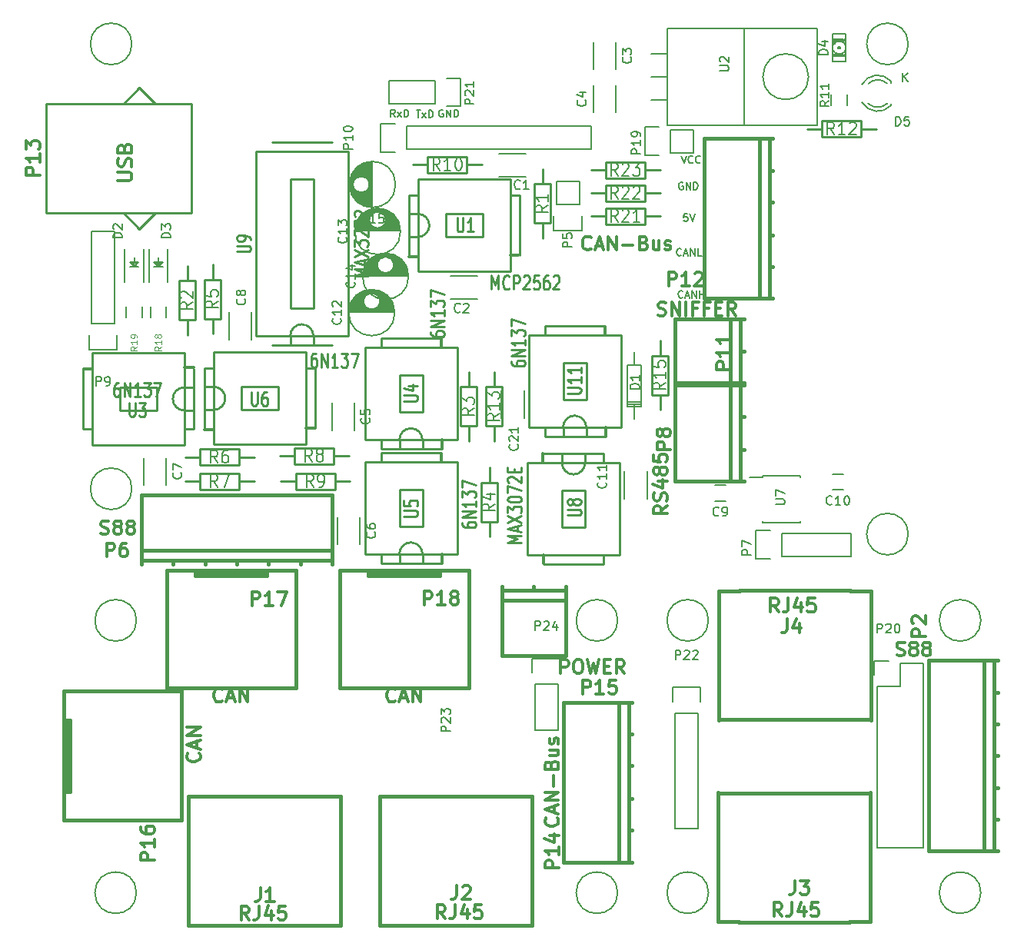
<source format=gbr>
G04 #@! TF.FileFunction,Legend,Top*
%FSLAX46Y46*%
G04 Gerber Fmt 4.6, Leading zero omitted, Abs format (unit mm)*
G04 Created by KiCad (PCBNEW 4.0.1-3.201512221402+6198~38~ubuntu14.04.1-stable) date Wed 13 Jan 2016 02:16:40 PM CET*
%MOMM*%
G01*
G04 APERTURE LIST*
%ADD10C,0.100000*%
%ADD11C,0.200000*%
%ADD12C,0.254000*%
%ADD13C,0.381000*%
%ADD14C,0.150000*%
%ADD15C,0.300000*%
%ADD16C,0.203200*%
%ADD17C,0.304800*%
%ADD18C,0.285750*%
%ADD19C,0.287020*%
G04 APERTURE END LIST*
D10*
D11*
X165811333Y-55314905D02*
X166078000Y-56114905D01*
X166344667Y-55314905D01*
X167068476Y-56038714D02*
X167030381Y-56076810D01*
X166916095Y-56114905D01*
X166839905Y-56114905D01*
X166725619Y-56076810D01*
X166649428Y-56000619D01*
X166611333Y-55924429D01*
X166573238Y-55772048D01*
X166573238Y-55657762D01*
X166611333Y-55505381D01*
X166649428Y-55429190D01*
X166725619Y-55353000D01*
X166839905Y-55314905D01*
X166916095Y-55314905D01*
X167030381Y-55353000D01*
X167068476Y-55391095D01*
X167868476Y-56038714D02*
X167830381Y-56076810D01*
X167716095Y-56114905D01*
X167639905Y-56114905D01*
X167525619Y-56076810D01*
X167449428Y-56000619D01*
X167411333Y-55924429D01*
X167373238Y-55772048D01*
X167373238Y-55657762D01*
X167411333Y-55505381D01*
X167449428Y-55429190D01*
X167525619Y-55353000D01*
X167639905Y-55314905D01*
X167716095Y-55314905D01*
X167830381Y-55353000D01*
X167868476Y-55391095D01*
X165950977Y-58274000D02*
X165874786Y-58235905D01*
X165760501Y-58235905D01*
X165646215Y-58274000D01*
X165570024Y-58350190D01*
X165531929Y-58426381D01*
X165493834Y-58578762D01*
X165493834Y-58693048D01*
X165531929Y-58845429D01*
X165570024Y-58921619D01*
X165646215Y-58997810D01*
X165760501Y-59035905D01*
X165836691Y-59035905D01*
X165950977Y-58997810D01*
X165989072Y-58959714D01*
X165989072Y-58693048D01*
X165836691Y-58693048D01*
X166331929Y-59035905D02*
X166331929Y-58235905D01*
X166789072Y-59035905D01*
X166789072Y-58235905D01*
X167170024Y-59035905D02*
X167170024Y-58235905D01*
X167360500Y-58235905D01*
X167474786Y-58274000D01*
X167550977Y-58350190D01*
X167589072Y-58426381D01*
X167627167Y-58578762D01*
X167627167Y-58693048D01*
X167589072Y-58845429D01*
X167550977Y-58921619D01*
X167474786Y-58997810D01*
X167360500Y-59035905D01*
X167170024Y-59035905D01*
X166471620Y-61728405D02*
X166090667Y-61728405D01*
X166052572Y-62109357D01*
X166090667Y-62071262D01*
X166166858Y-62033167D01*
X166357334Y-62033167D01*
X166433524Y-62071262D01*
X166471620Y-62109357D01*
X166509715Y-62185548D01*
X166509715Y-62376024D01*
X166471620Y-62452214D01*
X166433524Y-62490310D01*
X166357334Y-62528405D01*
X166166858Y-62528405D01*
X166090667Y-62490310D01*
X166052572Y-62452214D01*
X166738286Y-61728405D02*
X167004953Y-62528405D01*
X167271620Y-61728405D01*
X165944667Y-70897714D02*
X165906572Y-70935810D01*
X165792286Y-70973905D01*
X165716096Y-70973905D01*
X165601810Y-70935810D01*
X165525619Y-70859619D01*
X165487524Y-70783429D01*
X165449429Y-70631048D01*
X165449429Y-70516762D01*
X165487524Y-70364381D01*
X165525619Y-70288190D01*
X165601810Y-70212000D01*
X165716096Y-70173905D01*
X165792286Y-70173905D01*
X165906572Y-70212000D01*
X165944667Y-70250095D01*
X166249429Y-70745333D02*
X166630381Y-70745333D01*
X166173238Y-70973905D02*
X166439905Y-70173905D01*
X166706572Y-70973905D01*
X166973238Y-70973905D02*
X166973238Y-70173905D01*
X167430381Y-70973905D01*
X167430381Y-70173905D01*
X167811333Y-70973905D02*
X167811333Y-70173905D01*
X167811333Y-70554857D02*
X168268476Y-70554857D01*
X168268476Y-70973905D02*
X168268476Y-70173905D01*
X165785905Y-66262214D02*
X165747810Y-66300310D01*
X165633524Y-66338405D01*
X165557334Y-66338405D01*
X165443048Y-66300310D01*
X165366857Y-66224119D01*
X165328762Y-66147929D01*
X165290667Y-65995548D01*
X165290667Y-65881262D01*
X165328762Y-65728881D01*
X165366857Y-65652690D01*
X165443048Y-65576500D01*
X165557334Y-65538405D01*
X165633524Y-65538405D01*
X165747810Y-65576500D01*
X165785905Y-65614595D01*
X166090667Y-66109833D02*
X166471619Y-66109833D01*
X166014476Y-66338405D02*
X166281143Y-65538405D01*
X166547810Y-66338405D01*
X166814476Y-66338405D02*
X166814476Y-65538405D01*
X167271619Y-66338405D01*
X167271619Y-65538405D01*
X168033524Y-66338405D02*
X167652571Y-66338405D01*
X167652571Y-65538405D01*
X139547677Y-50298400D02*
X139471486Y-50260305D01*
X139357201Y-50260305D01*
X139242915Y-50298400D01*
X139166724Y-50374590D01*
X139128629Y-50450781D01*
X139090534Y-50603162D01*
X139090534Y-50717448D01*
X139128629Y-50869829D01*
X139166724Y-50946019D01*
X139242915Y-51022210D01*
X139357201Y-51060305D01*
X139433391Y-51060305D01*
X139547677Y-51022210D01*
X139585772Y-50984114D01*
X139585772Y-50717448D01*
X139433391Y-50717448D01*
X139928629Y-51060305D02*
X139928629Y-50260305D01*
X140385772Y-51060305D01*
X140385772Y-50260305D01*
X140766724Y-51060305D02*
X140766724Y-50260305D01*
X140957200Y-50260305D01*
X141071486Y-50298400D01*
X141147677Y-50374590D01*
X141185772Y-50450781D01*
X141223867Y-50603162D01*
X141223867Y-50717448D01*
X141185772Y-50869829D01*
X141147677Y-50946019D01*
X141071486Y-51022210D01*
X140957200Y-51060305D01*
X140766724Y-51060305D01*
X134270810Y-51034905D02*
X134004143Y-50653952D01*
X133813667Y-51034905D02*
X133813667Y-50234905D01*
X134118429Y-50234905D01*
X134194620Y-50273000D01*
X134232715Y-50311095D01*
X134270810Y-50387286D01*
X134270810Y-50501571D01*
X134232715Y-50577762D01*
X134194620Y-50615857D01*
X134118429Y-50653952D01*
X133813667Y-50653952D01*
X134537477Y-51034905D02*
X134956524Y-50501571D01*
X134537477Y-50501571D02*
X134956524Y-51034905D01*
X135261286Y-51034905D02*
X135261286Y-50234905D01*
X135451762Y-50234905D01*
X135566048Y-50273000D01*
X135642239Y-50349190D01*
X135680334Y-50425381D01*
X135718429Y-50577762D01*
X135718429Y-50692048D01*
X135680334Y-50844429D01*
X135642239Y-50920619D01*
X135566048Y-50996810D01*
X135451762Y-51034905D01*
X135261286Y-51034905D01*
X136614019Y-50311105D02*
X137071162Y-50311105D01*
X136842591Y-51111105D02*
X136842591Y-50311105D01*
X137261639Y-51111105D02*
X137680686Y-50577771D01*
X137261639Y-50577771D02*
X137680686Y-51111105D01*
X137985448Y-51111105D02*
X137985448Y-50311105D01*
X138175924Y-50311105D01*
X138290210Y-50349200D01*
X138366401Y-50425390D01*
X138404496Y-50501581D01*
X138442591Y-50653962D01*
X138442591Y-50768248D01*
X138404496Y-50920629D01*
X138366401Y-50996819D01*
X138290210Y-51073010D01*
X138175924Y-51111105D01*
X137985448Y-51111105D01*
D12*
X161798000Y-56896000D02*
X163449000Y-56896000D01*
X157480000Y-56896000D02*
X155829000Y-56896000D01*
X157480000Y-56007000D02*
X157480000Y-57785000D01*
X157480000Y-57785000D02*
X161798000Y-57785000D01*
X161798000Y-57785000D02*
X161798000Y-56007000D01*
X161798000Y-56007000D02*
X157480000Y-56007000D01*
D13*
X139192000Y-101600000D02*
X139192000Y-101092000D01*
X131318000Y-101600000D02*
X131318000Y-101092000D01*
X139192000Y-101600000D02*
X131318000Y-101600000D01*
X139192000Y-101346000D02*
X131318000Y-101346000D01*
X131318000Y-101092000D02*
X139192000Y-101092000D01*
X128143000Y-100965000D02*
X128143000Y-113919000D01*
X128143000Y-113919000D02*
X142367000Y-113919000D01*
X142367000Y-113919000D02*
X142367000Y-100965000D01*
X142367000Y-100965000D02*
X128143000Y-100965000D01*
X111518000Y-125878000D02*
X111518000Y-140102000D01*
X111518000Y-140102000D02*
X113804000Y-140102000D01*
X128282000Y-125878000D02*
X128282000Y-140102000D01*
X128282000Y-140102000D02*
X125996000Y-140102000D01*
X111645000Y-125905000D02*
X128155000Y-125905000D01*
X113804000Y-140129000D02*
X125996000Y-140129000D01*
D14*
X131707500Y-60982500D02*
X131707500Y-55984500D01*
X131567500Y-60974500D02*
X131567500Y-55992500D01*
X131427500Y-60958500D02*
X131427500Y-58578500D01*
X131427500Y-58388500D02*
X131427500Y-56008500D01*
X131287500Y-60934500D02*
X131287500Y-58973500D01*
X131287500Y-57993500D02*
X131287500Y-56032500D01*
X131147500Y-60901500D02*
X131147500Y-59140500D01*
X131147500Y-57826500D02*
X131147500Y-56065500D01*
X131007500Y-60860500D02*
X131007500Y-59247500D01*
X131007500Y-57719500D02*
X131007500Y-56106500D01*
X130867500Y-60810500D02*
X130867500Y-59318500D01*
X130867500Y-57648500D02*
X130867500Y-56156500D01*
X130727500Y-60749500D02*
X130727500Y-59362500D01*
X130727500Y-57604500D02*
X130727500Y-56217500D01*
X130587500Y-60679500D02*
X130587500Y-59381500D01*
X130587500Y-57585500D02*
X130587500Y-56287500D01*
X130447500Y-60597500D02*
X130447500Y-59379500D01*
X130447500Y-57587500D02*
X130447500Y-56369500D01*
X130307500Y-60502500D02*
X130307500Y-59354500D01*
X130307500Y-57612500D02*
X130307500Y-56464500D01*
X130167500Y-60391500D02*
X130167500Y-59306500D01*
X130167500Y-57660500D02*
X130167500Y-56575500D01*
X130027500Y-60263500D02*
X130027500Y-59228500D01*
X130027500Y-57738500D02*
X130027500Y-56703500D01*
X129887500Y-60114500D02*
X129887500Y-59111500D01*
X129887500Y-57855500D02*
X129887500Y-56852500D01*
X129747500Y-59935500D02*
X129747500Y-58923500D01*
X129747500Y-58043500D02*
X129747500Y-57031500D01*
X129607500Y-59716500D02*
X129607500Y-57250500D01*
X129467500Y-59427500D02*
X129467500Y-57539500D01*
X129327500Y-58955500D02*
X129327500Y-58011500D01*
X131432500Y-58483500D02*
G75*
G03X131432500Y-58483500I-900000J0D01*
G01*
X134320000Y-58483500D02*
G75*
G03X134320000Y-58483500I-2537500J0D01*
G01*
X129835000Y-63572000D02*
X134833000Y-63572000D01*
X129843000Y-63432000D02*
X134825000Y-63432000D01*
X129859000Y-63292000D02*
X132239000Y-63292000D01*
X132429000Y-63292000D02*
X134809000Y-63292000D01*
X129883000Y-63152000D02*
X131844000Y-63152000D01*
X132824000Y-63152000D02*
X134785000Y-63152000D01*
X129916000Y-63012000D02*
X131677000Y-63012000D01*
X132991000Y-63012000D02*
X134752000Y-63012000D01*
X129957000Y-62872000D02*
X131570000Y-62872000D01*
X133098000Y-62872000D02*
X134711000Y-62872000D01*
X130007000Y-62732000D02*
X131499000Y-62732000D01*
X133169000Y-62732000D02*
X134661000Y-62732000D01*
X130068000Y-62592000D02*
X131455000Y-62592000D01*
X133213000Y-62592000D02*
X134600000Y-62592000D01*
X130138000Y-62452000D02*
X131436000Y-62452000D01*
X133232000Y-62452000D02*
X134530000Y-62452000D01*
X130220000Y-62312000D02*
X131438000Y-62312000D01*
X133230000Y-62312000D02*
X134448000Y-62312000D01*
X130315000Y-62172000D02*
X131463000Y-62172000D01*
X133205000Y-62172000D02*
X134353000Y-62172000D01*
X130426000Y-62032000D02*
X131511000Y-62032000D01*
X133157000Y-62032000D02*
X134242000Y-62032000D01*
X130554000Y-61892000D02*
X131589000Y-61892000D01*
X133079000Y-61892000D02*
X134114000Y-61892000D01*
X130703000Y-61752000D02*
X131706000Y-61752000D01*
X132962000Y-61752000D02*
X133965000Y-61752000D01*
X130882000Y-61612000D02*
X131894000Y-61612000D01*
X132774000Y-61612000D02*
X133786000Y-61612000D01*
X131101000Y-61472000D02*
X133567000Y-61472000D01*
X131390000Y-61332000D02*
X133278000Y-61332000D01*
X131862000Y-61192000D02*
X132806000Y-61192000D01*
X133234000Y-62397000D02*
G75*
G03X133234000Y-62397000I-900000J0D01*
G01*
X134871500Y-63647000D02*
G75*
G03X134871500Y-63647000I-2537500J0D01*
G01*
X130724000Y-68525000D02*
X135722000Y-68525000D01*
X130732000Y-68385000D02*
X135714000Y-68385000D01*
X130748000Y-68245000D02*
X133128000Y-68245000D01*
X133318000Y-68245000D02*
X135698000Y-68245000D01*
X130772000Y-68105000D02*
X132733000Y-68105000D01*
X133713000Y-68105000D02*
X135674000Y-68105000D01*
X130805000Y-67965000D02*
X132566000Y-67965000D01*
X133880000Y-67965000D02*
X135641000Y-67965000D01*
X130846000Y-67825000D02*
X132459000Y-67825000D01*
X133987000Y-67825000D02*
X135600000Y-67825000D01*
X130896000Y-67685000D02*
X132388000Y-67685000D01*
X134058000Y-67685000D02*
X135550000Y-67685000D01*
X130957000Y-67545000D02*
X132344000Y-67545000D01*
X134102000Y-67545000D02*
X135489000Y-67545000D01*
X131027000Y-67405000D02*
X132325000Y-67405000D01*
X134121000Y-67405000D02*
X135419000Y-67405000D01*
X131109000Y-67265000D02*
X132327000Y-67265000D01*
X134119000Y-67265000D02*
X135337000Y-67265000D01*
X131204000Y-67125000D02*
X132352000Y-67125000D01*
X134094000Y-67125000D02*
X135242000Y-67125000D01*
X131315000Y-66985000D02*
X132400000Y-66985000D01*
X134046000Y-66985000D02*
X135131000Y-66985000D01*
X131443000Y-66845000D02*
X132478000Y-66845000D01*
X133968000Y-66845000D02*
X135003000Y-66845000D01*
X131592000Y-66705000D02*
X132595000Y-66705000D01*
X133851000Y-66705000D02*
X134854000Y-66705000D01*
X131771000Y-66565000D02*
X132783000Y-66565000D01*
X133663000Y-66565000D02*
X134675000Y-66565000D01*
X131990000Y-66425000D02*
X134456000Y-66425000D01*
X132279000Y-66285000D02*
X134167000Y-66285000D01*
X132751000Y-66145000D02*
X133695000Y-66145000D01*
X134123000Y-67350000D02*
G75*
G03X134123000Y-67350000I-900000J0D01*
G01*
X135760500Y-68600000D02*
G75*
G03X135760500Y-68600000I-2537500J0D01*
G01*
X160652460Y-78358480D02*
X160652460Y-76961480D01*
X160652460Y-82803480D02*
X160652460Y-84327480D01*
X159890460Y-82422480D02*
X161414460Y-82422480D01*
X159890460Y-82676480D02*
X161414460Y-82676480D01*
X160652460Y-82930480D02*
X161414460Y-82930480D01*
X161414460Y-82930480D02*
X161414460Y-78358480D01*
X161414460Y-78358480D02*
X159890460Y-78358480D01*
X159890460Y-78358480D02*
X159890460Y-82930480D01*
X159890460Y-82930480D02*
X160652460Y-82930480D01*
X198786000Y-136500000D02*
G75*
G03X198786000Y-136500000I-2286000J0D01*
G01*
X198786000Y-106500000D02*
G75*
G03X198786000Y-106500000I-2286000J0D01*
G01*
X168786000Y-106500000D02*
G75*
G03X168786000Y-106500000I-2286000J0D01*
G01*
X168786000Y-136500000D02*
G75*
G03X168786000Y-136500000I-2286000J0D01*
G01*
X158786000Y-136500000D02*
G75*
G03X158786000Y-136500000I-2286000J0D01*
G01*
X158786000Y-106500000D02*
G75*
G03X158786000Y-106500000I-2286000J0D01*
G01*
X105786000Y-106500000D02*
G75*
G03X105786000Y-106500000I-2286000J0D01*
G01*
X105786000Y-136500000D02*
G75*
G03X105786000Y-136500000I-2286000J0D01*
G01*
X105286000Y-92000000D02*
G75*
G03X105286000Y-92000000I-2286000J0D01*
G01*
X145713000Y-55138000D02*
X148713000Y-55138000D01*
X148713000Y-57638000D02*
X145713000Y-57638000D01*
X143379000Y-71100000D02*
X140379000Y-71100000D01*
X140379000Y-68600000D02*
X143379000Y-68600000D01*
X152019000Y-60706000D02*
X152019000Y-58166000D01*
X151739000Y-63526000D02*
X151739000Y-61976000D01*
X152019000Y-60706000D02*
X154559000Y-60706000D01*
X154839000Y-61976000D02*
X154839000Y-63526000D01*
X154839000Y-63526000D02*
X151739000Y-63526000D01*
X154559000Y-60706000D02*
X154559000Y-58166000D01*
X154559000Y-58166000D02*
X152019000Y-58166000D01*
X190786000Y-43000000D02*
G75*
G03X190786000Y-43000000I-2286000J0D01*
G01*
X190786000Y-97000000D02*
G75*
G03X190786000Y-97000000I-2286000J0D01*
G01*
X105286000Y-43000000D02*
G75*
G03X105286000Y-43000000I-2286000J0D01*
G01*
X158603000Y-42803000D02*
X158603000Y-45803000D01*
X156103000Y-45803000D02*
X156103000Y-42803000D01*
X156103000Y-50542000D02*
X156103000Y-47542000D01*
X158603000Y-47542000D02*
X158603000Y-50542000D01*
X129799400Y-82554000D02*
X129799400Y-85554000D01*
X127299400Y-85554000D02*
X127299400Y-82554000D01*
X130409000Y-95127000D02*
X130409000Y-98127000D01*
X127909000Y-98127000D02*
X127909000Y-95127000D01*
X109073000Y-88586500D02*
X109073000Y-91586500D01*
X106573000Y-91586500D02*
X106573000Y-88586500D01*
X115971000Y-75561000D02*
X115971000Y-72561000D01*
X118471000Y-72561000D02*
X118471000Y-75561000D01*
X162032000Y-90087000D02*
X162032000Y-93087000D01*
X159532000Y-93087000D02*
X159532000Y-90087000D01*
X174734400Y-90566800D02*
X174734400Y-90711800D01*
X178884400Y-90566800D02*
X178884400Y-90711800D01*
X178884400Y-95716800D02*
X178884400Y-95571800D01*
X174734400Y-95716800D02*
X174734400Y-95571800D01*
X174734400Y-90566800D02*
X178884400Y-90566800D01*
X174734400Y-95716800D02*
X178884400Y-95716800D01*
X174734400Y-90711800D02*
X173334400Y-90711800D01*
X103650000Y-75100000D02*
X103650000Y-76650000D01*
X103650000Y-76650000D02*
X100550000Y-76650000D01*
X100550000Y-76650000D02*
X100550000Y-75100000D01*
X100830000Y-73830000D02*
X100830000Y-63670000D01*
X100830000Y-63670000D02*
X103370000Y-63670000D01*
X103370000Y-63670000D02*
X103370000Y-73830000D01*
X100830000Y-73830000D02*
X103370000Y-73830000D01*
D12*
X144653000Y-91313000D02*
X144653000Y-89662000D01*
X144653000Y-95631000D02*
X144653000Y-97282000D01*
X143764000Y-95631000D02*
X145542000Y-95631000D01*
X145542000Y-95631000D02*
X145542000Y-91313000D01*
X145542000Y-91313000D02*
X143764000Y-91313000D01*
X143764000Y-91313000D02*
X143764000Y-95631000D01*
X142367000Y-80772000D02*
X142367000Y-79121000D01*
X142367000Y-85090000D02*
X142367000Y-86741000D01*
X141478000Y-85090000D02*
X143256000Y-85090000D01*
X143256000Y-85090000D02*
X143256000Y-80772000D01*
X143256000Y-80772000D02*
X141478000Y-80772000D01*
X141478000Y-80772000D02*
X141478000Y-85090000D01*
X145161000Y-85090000D02*
X145161000Y-86741000D01*
X145161000Y-80772000D02*
X145161000Y-79121000D01*
X146050000Y-80772000D02*
X144272000Y-80772000D01*
X144272000Y-80772000D02*
X144272000Y-85090000D01*
X144272000Y-85090000D02*
X146050000Y-85090000D01*
X146050000Y-85090000D02*
X146050000Y-80772000D01*
X127635000Y-91186000D02*
X129286000Y-91186000D01*
X123317000Y-91186000D02*
X121666000Y-91186000D01*
X123317000Y-90297000D02*
X123317000Y-92075000D01*
X123317000Y-92075000D02*
X127635000Y-92075000D01*
X127635000Y-92075000D02*
X127635000Y-90297000D01*
X127635000Y-90297000D02*
X123317000Y-90297000D01*
X117094000Y-88519000D02*
X118745000Y-88519000D01*
X112776000Y-88519000D02*
X111125000Y-88519000D01*
X112776000Y-87630000D02*
X112776000Y-89408000D01*
X112776000Y-89408000D02*
X117094000Y-89408000D01*
X117094000Y-89408000D02*
X117094000Y-87630000D01*
X117094000Y-87630000D02*
X112776000Y-87630000D01*
X127508000Y-88392000D02*
X129159000Y-88392000D01*
X123190000Y-88392000D02*
X121539000Y-88392000D01*
X123190000Y-87503000D02*
X123190000Y-89281000D01*
X123190000Y-89281000D02*
X127508000Y-89281000D01*
X127508000Y-89281000D02*
X127508000Y-87503000D01*
X127508000Y-87503000D02*
X123190000Y-87503000D01*
X112776000Y-91186000D02*
X111125000Y-91186000D01*
X117094000Y-91186000D02*
X118745000Y-91186000D01*
X117094000Y-92075000D02*
X117094000Y-90297000D01*
X117094000Y-90297000D02*
X112776000Y-90297000D01*
X112776000Y-90297000D02*
X112776000Y-92075000D01*
X112776000Y-92075000D02*
X117094000Y-92075000D01*
X111379000Y-69088000D02*
X111379000Y-67437000D01*
X111379000Y-73406000D02*
X111379000Y-75057000D01*
X110490000Y-73406000D02*
X112268000Y-73406000D01*
X112268000Y-73406000D02*
X112268000Y-69088000D01*
X112268000Y-69088000D02*
X110490000Y-69088000D01*
X110490000Y-69088000D02*
X110490000Y-73406000D01*
X114173000Y-68961000D02*
X114173000Y-67310000D01*
X114173000Y-73279000D02*
X114173000Y-74930000D01*
X113284000Y-73279000D02*
X115062000Y-73279000D01*
X115062000Y-73279000D02*
X115062000Y-68961000D01*
X115062000Y-68961000D02*
X113284000Y-68961000D01*
X113284000Y-68961000D02*
X113284000Y-73279000D01*
X163449000Y-81661000D02*
X163449000Y-83312000D01*
X163449000Y-77343000D02*
X163449000Y-75692000D01*
X164338000Y-77343000D02*
X162560000Y-77343000D01*
X162560000Y-77343000D02*
X162560000Y-81661000D01*
X162560000Y-81661000D02*
X164338000Y-81661000D01*
X164338000Y-81661000D02*
X164338000Y-77343000D01*
D14*
X109254000Y-69206000D02*
X109254000Y-65606000D01*
X107154000Y-69206000D02*
X107154000Y-65606000D01*
X107904000Y-67156000D02*
X108504000Y-67156000D01*
X108504000Y-67156000D02*
X108204000Y-67456000D01*
X108204000Y-67456000D02*
X108004000Y-67256000D01*
X108004000Y-67256000D02*
X108254000Y-67256000D01*
X108254000Y-67256000D02*
X108204000Y-67306000D01*
X107704000Y-67556000D02*
X108704000Y-67556000D01*
X108204000Y-67056000D02*
X108204000Y-66556000D01*
X108204000Y-67556000D02*
X107704000Y-67056000D01*
X107704000Y-67056000D02*
X108704000Y-67056000D01*
X108704000Y-67056000D02*
X108204000Y-67556000D01*
X106587000Y-69206000D02*
X106587000Y-65606000D01*
X104487000Y-69206000D02*
X104487000Y-65606000D01*
X105237000Y-67156000D02*
X105837000Y-67156000D01*
X105837000Y-67156000D02*
X105537000Y-67456000D01*
X105537000Y-67456000D02*
X105337000Y-67256000D01*
X105337000Y-67256000D02*
X105587000Y-67256000D01*
X105587000Y-67256000D02*
X105537000Y-67306000D01*
X105037000Y-67556000D02*
X106037000Y-67556000D01*
X105537000Y-67056000D02*
X105537000Y-66556000D01*
X105537000Y-67556000D02*
X105037000Y-67056000D01*
X105037000Y-67056000D02*
X106037000Y-67056000D01*
X106037000Y-67056000D02*
X105537000Y-67556000D01*
D12*
X107873800Y-61620400D02*
X106121200Y-63373000D01*
X106121200Y-63373000D02*
X104368600Y-61620400D01*
X107873800Y-49580800D02*
X106121200Y-47828200D01*
X106121200Y-47828200D02*
X104368600Y-49580800D01*
X106121200Y-49580800D02*
X95808800Y-49580800D01*
X95808800Y-49580800D02*
X95808800Y-61620400D01*
X95808800Y-61620400D02*
X106121200Y-61620400D01*
X106121200Y-61620400D02*
X111836200Y-61620400D01*
X111836200Y-61620400D02*
X111836200Y-49580800D01*
X111836200Y-49580800D02*
X106121200Y-49580800D01*
D14*
X109079000Y-71917000D02*
X109079000Y-73117000D01*
X107329000Y-73117000D02*
X107329000Y-71917000D01*
X106412000Y-71917000D02*
X106412000Y-73117000D01*
X104662000Y-73117000D02*
X104662000Y-71917000D01*
D13*
X123840000Y-99920000D02*
X123840000Y-100320000D01*
X120340000Y-99920000D02*
X120340000Y-100320000D01*
X109840000Y-99920000D02*
X109840000Y-100320000D01*
X113340000Y-99920000D02*
X113340000Y-100320000D01*
X116840000Y-99920000D02*
X116840000Y-100320000D01*
X106340000Y-98820000D02*
X127340000Y-98820000D01*
X106340000Y-99920000D02*
X127340000Y-99920000D01*
X106340000Y-92720000D02*
X106340000Y-100320000D01*
X127340000Y-100320000D02*
X127340000Y-92720000D01*
X127340000Y-92720000D02*
X106340000Y-92720000D01*
X149542500Y-103153000D02*
X149542500Y-102753000D01*
X153042500Y-104253000D02*
X146042500Y-104253000D01*
X153042500Y-103153000D02*
X146042500Y-103153000D01*
X153042500Y-110353000D02*
X153042500Y-102753000D01*
X146042500Y-102753000D02*
X146042500Y-110353000D01*
X146042500Y-110353000D02*
X153042500Y-110353000D01*
X175485000Y-56930000D02*
X175885000Y-56930000D01*
X175485000Y-60430000D02*
X175885000Y-60430000D01*
X175485000Y-67530000D02*
X175885000Y-67530000D01*
X175485000Y-64030000D02*
X175885000Y-64030000D01*
X174385000Y-71030000D02*
X174385000Y-53430000D01*
X175485000Y-71030000D02*
X175485000Y-53430000D01*
X168285000Y-71030000D02*
X175885000Y-71030000D01*
X175885000Y-53430000D02*
X168285000Y-53430000D01*
X168285000Y-53430000D02*
X168285000Y-71030000D01*
X159991000Y-119033000D02*
X160391000Y-119033000D01*
X159991000Y-122533000D02*
X160391000Y-122533000D01*
X159991000Y-129633000D02*
X160391000Y-129633000D01*
X159991000Y-126133000D02*
X160391000Y-126133000D01*
X158891000Y-133133000D02*
X158891000Y-115533000D01*
X159991000Y-133133000D02*
X159991000Y-115533000D01*
X152791000Y-133133000D02*
X160391000Y-133133000D01*
X160391000Y-115533000D02*
X152791000Y-115533000D01*
X152791000Y-115533000D02*
X152791000Y-133133000D01*
X98425000Y-117475000D02*
X97917000Y-117475000D01*
X98425000Y-125349000D02*
X97917000Y-125349000D01*
X98425000Y-117475000D02*
X98425000Y-125349000D01*
X98171000Y-117475000D02*
X98171000Y-125349000D01*
X97917000Y-125349000D02*
X97917000Y-117475000D01*
X97790000Y-128524000D02*
X110744000Y-128524000D01*
X110744000Y-128524000D02*
X110744000Y-114300000D01*
X110744000Y-114300000D02*
X97790000Y-114300000D01*
X97790000Y-114300000D02*
X97790000Y-128524000D01*
X120142000Y-101600000D02*
X120142000Y-101092000D01*
X112268000Y-101600000D02*
X112268000Y-101092000D01*
X120142000Y-101600000D02*
X112268000Y-101600000D01*
X120142000Y-101346000D02*
X112268000Y-101346000D01*
X112268000Y-101092000D02*
X120142000Y-101092000D01*
X109093000Y-100965000D02*
X109093000Y-113919000D01*
X109093000Y-113919000D02*
X123317000Y-113919000D01*
X123317000Y-113919000D02*
X123317000Y-100965000D01*
X123317000Y-100965000D02*
X109093000Y-100965000D01*
D14*
X164592000Y-52451000D02*
X167132000Y-52451000D01*
X161772000Y-52171000D02*
X163322000Y-52171000D01*
X164592000Y-52451000D02*
X164592000Y-54991000D01*
X163322000Y-55271000D02*
X161772000Y-55271000D01*
X161772000Y-55271000D02*
X161772000Y-52171000D01*
X164592000Y-54991000D02*
X167132000Y-54991000D01*
X167132000Y-54991000D02*
X167132000Y-52451000D01*
D12*
X150495000Y-58420000D02*
X150495000Y-56769000D01*
X150495000Y-62738000D02*
X150495000Y-64389000D01*
X149606000Y-62738000D02*
X151384000Y-62738000D01*
X151384000Y-62738000D02*
X151384000Y-58420000D01*
X151384000Y-58420000D02*
X149606000Y-58420000D01*
X149606000Y-58420000D02*
X149606000Y-62738000D01*
X161798000Y-61976000D02*
X163449000Y-61976000D01*
X157480000Y-61976000D02*
X155829000Y-61976000D01*
X157480000Y-61087000D02*
X157480000Y-62865000D01*
X157480000Y-62865000D02*
X161798000Y-62865000D01*
X161798000Y-62865000D02*
X161798000Y-61087000D01*
X161798000Y-61087000D02*
X157480000Y-61087000D01*
X161798000Y-59436000D02*
X163449000Y-59436000D01*
X157480000Y-59436000D02*
X155829000Y-59436000D01*
X157480000Y-58547000D02*
X157480000Y-60325000D01*
X157480000Y-60325000D02*
X161798000Y-60325000D01*
X161798000Y-60325000D02*
X161798000Y-58547000D01*
X161798000Y-58547000D02*
X157480000Y-58547000D01*
D13*
X200250000Y-114412000D02*
X200650000Y-114412000D01*
X200250000Y-117912000D02*
X200650000Y-117912000D01*
X200250000Y-128412000D02*
X200650000Y-128412000D01*
X200250000Y-124912000D02*
X200650000Y-124912000D01*
X200250000Y-121412000D02*
X200650000Y-121412000D01*
X199150000Y-131912000D02*
X199150000Y-110912000D01*
X200250000Y-131912000D02*
X200250000Y-110912000D01*
X193050000Y-131912000D02*
X200650000Y-131912000D01*
X200650000Y-110912000D02*
X193050000Y-110912000D01*
X193050000Y-110912000D02*
X193050000Y-131912000D01*
D14*
X138665800Y-47056200D02*
X133585800Y-47056200D01*
X133585800Y-47056200D02*
X133585800Y-49596200D01*
X133585800Y-49596200D02*
X138665800Y-49596200D01*
X141485800Y-49876200D02*
X139935800Y-49876200D01*
X138665800Y-49596200D02*
X138665800Y-47056200D01*
X139935800Y-46776200D02*
X141485800Y-46776200D01*
X141485800Y-46776200D02*
X141485800Y-49876200D01*
D13*
X186690000Y-117475000D02*
X186690000Y-103251000D01*
X186690000Y-103251000D02*
X184404000Y-103251000D01*
X169926000Y-117475000D02*
X169926000Y-103251000D01*
X169926000Y-103251000D02*
X172212000Y-103251000D01*
X186563000Y-117448000D02*
X170053000Y-117448000D01*
X184404000Y-103224000D02*
X172212000Y-103224000D01*
X169799000Y-125476000D02*
X169799000Y-139700000D01*
X169799000Y-139700000D02*
X172085000Y-139700000D01*
X186563000Y-125476000D02*
X186563000Y-139700000D01*
X186563000Y-139700000D02*
X184277000Y-139700000D01*
X169926000Y-125503000D02*
X186436000Y-125503000D01*
X172085000Y-139727000D02*
X184277000Y-139727000D01*
X132618000Y-125878000D02*
X132618000Y-140102000D01*
X132618000Y-140102000D02*
X134904000Y-140102000D01*
X149382000Y-125878000D02*
X149382000Y-140102000D01*
X149382000Y-140102000D02*
X147096000Y-140102000D01*
X132745000Y-125905000D02*
X149255000Y-125905000D01*
X134904000Y-140129000D02*
X147096000Y-140129000D01*
D14*
X192405000Y-131572000D02*
X192405000Y-111252000D01*
X187325000Y-113792000D02*
X187325000Y-131572000D01*
X192405000Y-131572000D02*
X187325000Y-131572000D01*
X192405000Y-111252000D02*
X189865000Y-111252000D01*
X188595000Y-110972000D02*
X187045000Y-110972000D01*
X189865000Y-111252000D02*
X189865000Y-113792000D01*
X189865000Y-113792000D02*
X187325000Y-113792000D01*
X187045000Y-110972000D02*
X187045000Y-112522000D01*
X167640000Y-116713000D02*
X167640000Y-129413000D01*
X167640000Y-129413000D02*
X165100000Y-129413000D01*
X165100000Y-129413000D02*
X165100000Y-116713000D01*
X167920000Y-113893000D02*
X167920000Y-115443000D01*
X167640000Y-116713000D02*
X165100000Y-116713000D01*
X164820000Y-115443000D02*
X164820000Y-113893000D01*
X164820000Y-113893000D02*
X167920000Y-113893000D01*
X179806472Y-46609000D02*
G75*
G03X179806472Y-46609000I-2514472J0D01*
G01*
X164211000Y-44069000D02*
X162433000Y-44069000D01*
X164211000Y-46609000D02*
X162433000Y-46609000D01*
X164211000Y-49149000D02*
X162433000Y-49149000D01*
X172720000Y-51943000D02*
X180721000Y-51943000D01*
X180721000Y-51943000D02*
X180721000Y-41275000D01*
X180721000Y-41275000D02*
X172720000Y-41275000D01*
X164211000Y-51943000D02*
X172720000Y-51943000D01*
X172720000Y-51943000D02*
X172720000Y-41275000D01*
X172720000Y-41275000D02*
X164211000Y-41275000D01*
X164211000Y-46609000D02*
X164211000Y-41275000D01*
X164211000Y-46609000D02*
X164211000Y-51943000D01*
X176847500Y-99441000D02*
X184467500Y-99441000D01*
X176847500Y-96901000D02*
X184467500Y-96901000D01*
X174027500Y-96621000D02*
X175577500Y-96621000D01*
X184467500Y-99441000D02*
X184467500Y-96901000D01*
X176847500Y-96901000D02*
X176847500Y-99441000D01*
X175577500Y-99721000D02*
X174027500Y-99721000D01*
X174027500Y-99721000D02*
X174027500Y-96621000D01*
D13*
X172310000Y-87652000D02*
X172710000Y-87652000D01*
X172310000Y-84052000D02*
X172710000Y-84052000D01*
X171210000Y-91152000D02*
X171210000Y-80552000D01*
X172310000Y-91152000D02*
X172310000Y-80552000D01*
X165110000Y-91152000D02*
X172710000Y-91152000D01*
X172710000Y-80552000D02*
X165110000Y-80552000D01*
X165110000Y-80552000D02*
X165110000Y-91152000D01*
X172310000Y-76835000D02*
X172710000Y-76835000D01*
X171210000Y-80335000D02*
X171210000Y-73335000D01*
X172310000Y-80335000D02*
X172310000Y-73335000D01*
X165110000Y-80335000D02*
X172710000Y-80335000D01*
X172710000Y-73335000D02*
X165110000Y-73335000D01*
X165110000Y-73335000D02*
X165110000Y-80335000D01*
D14*
X146006500Y-84197000D02*
X146006500Y-81197000D01*
X148506500Y-81197000D02*
X148506500Y-84197000D01*
X135509000Y-52070000D02*
X155829000Y-52070000D01*
X155829000Y-52070000D02*
X155829000Y-54610000D01*
X155829000Y-54610000D02*
X135509000Y-54610000D01*
X132689000Y-51790000D02*
X134239000Y-51790000D01*
X135509000Y-52070000D02*
X135509000Y-54610000D01*
X134239000Y-54890000D02*
X132689000Y-54890000D01*
X132689000Y-54890000D02*
X132689000Y-51790000D01*
D12*
X137858500Y-56324500D02*
X136207500Y-56324500D01*
X142176500Y-56324500D02*
X143827500Y-56324500D01*
X142176500Y-57213500D02*
X142176500Y-55435500D01*
X142176500Y-55435500D02*
X137858500Y-55435500D01*
X137858500Y-55435500D02*
X137858500Y-57213500D01*
X137858500Y-57213500D02*
X142176500Y-57213500D01*
D14*
X149656800Y-113512600D02*
X149656800Y-118592600D01*
X149656800Y-118592600D02*
X152196800Y-118592600D01*
X152196800Y-118592600D02*
X152196800Y-113512600D01*
X152476800Y-110692600D02*
X152476800Y-112242600D01*
X152196800Y-113512600D02*
X149656800Y-113512600D01*
X149376800Y-112242600D02*
X149376800Y-110692600D01*
X149376800Y-110692600D02*
X152476800Y-110692600D01*
D15*
X157353000Y-74168000D02*
X157353000Y-75057000D01*
D12*
X150749000Y-74041000D02*
X150749000Y-75057000D01*
D15*
X157480000Y-86233000D02*
X157480000Y-85217000D01*
D12*
X150749000Y-86233000D02*
X150749000Y-85217000D01*
X155321000Y-78105000D02*
X155321000Y-82169000D01*
X152781000Y-82169000D02*
X152781000Y-78105000D01*
X159131000Y-75057000D02*
X159131000Y-85217000D01*
X148971000Y-75057000D02*
X148971000Y-85217000D01*
X154051000Y-83947000D02*
G75*
G03X152781000Y-85217000I0J-1270000D01*
G01*
X155321000Y-85217000D02*
G75*
G03X154051000Y-83947000I-1270000J0D01*
G01*
X155321000Y-85217000D02*
X155321000Y-86233000D01*
X152781000Y-85217000D02*
X152781000Y-86233000D01*
X152781000Y-82169000D02*
X155321000Y-82169000D01*
X155321000Y-78105000D02*
X152781000Y-78105000D01*
X148971000Y-75057000D02*
X159131000Y-75057000D01*
X159131000Y-85217000D02*
X148971000Y-85217000D01*
X150749000Y-74041000D02*
X157353000Y-74041000D01*
X157353000Y-86233000D02*
X150749000Y-86233000D01*
D15*
X125349000Y-85344000D02*
X124460000Y-85344000D01*
D12*
X125476000Y-78740000D02*
X124460000Y-78740000D01*
D15*
X113284000Y-85471000D02*
X114300000Y-85471000D01*
D12*
X113284000Y-78740000D02*
X114300000Y-78740000D01*
X121412000Y-83312000D02*
X117348000Y-83312000D01*
X117348000Y-80772000D02*
X121412000Y-80772000D01*
X124460000Y-87122000D02*
X114300000Y-87122000D01*
X124460000Y-76962000D02*
X114300000Y-76962000D01*
X115570000Y-82042000D02*
G75*
G03X114300000Y-80772000I-1270000J0D01*
G01*
X114300000Y-83312000D02*
G75*
G03X115570000Y-82042000I0J1270000D01*
G01*
X114300000Y-83312000D02*
X113284000Y-83312000D01*
X114300000Y-80772000D02*
X113284000Y-80772000D01*
X117348000Y-80772000D02*
X117348000Y-83312000D01*
X121412000Y-83312000D02*
X121412000Y-80772000D01*
X124460000Y-76962000D02*
X124460000Y-87122000D01*
X114300000Y-87122000D02*
X114300000Y-76962000D01*
X125476000Y-78740000D02*
X125476000Y-85344000D01*
X113284000Y-85344000D02*
X113284000Y-78740000D01*
D15*
X100012500Y-78803500D02*
X100901500Y-78803500D01*
D12*
X99885500Y-85407500D02*
X100901500Y-85407500D01*
D15*
X112077500Y-78676500D02*
X111061500Y-78676500D01*
D12*
X112077500Y-85407500D02*
X111061500Y-85407500D01*
X103949500Y-80835500D02*
X108013500Y-80835500D01*
X108013500Y-83375500D02*
X103949500Y-83375500D01*
X100901500Y-77025500D02*
X111061500Y-77025500D01*
X100901500Y-87185500D02*
X111061500Y-87185500D01*
X109791500Y-82105500D02*
G75*
G03X111061500Y-83375500I1270000J0D01*
G01*
X111061500Y-80835500D02*
G75*
G03X109791500Y-82105500I0J-1270000D01*
G01*
X111061500Y-80835500D02*
X112077500Y-80835500D01*
X111061500Y-83375500D02*
X112077500Y-83375500D01*
X108013500Y-83375500D02*
X108013500Y-80835500D01*
X103949500Y-80835500D02*
X103949500Y-83375500D01*
X100901500Y-87185500D02*
X100901500Y-77025500D01*
X111061500Y-77025500D02*
X111061500Y-87185500D01*
X99885500Y-85407500D02*
X99885500Y-78803500D01*
X112077500Y-78803500D02*
X112077500Y-85407500D01*
D15*
X139319000Y-75565000D02*
X139319000Y-76454000D01*
D12*
X132715000Y-75438000D02*
X132715000Y-76454000D01*
D15*
X139446000Y-87630000D02*
X139446000Y-86614000D01*
D12*
X132715000Y-87630000D02*
X132715000Y-86614000D01*
X137287000Y-79502000D02*
X137287000Y-83566000D01*
X134747000Y-83566000D02*
X134747000Y-79502000D01*
X141097000Y-76454000D02*
X141097000Y-86614000D01*
X130937000Y-76454000D02*
X130937000Y-86614000D01*
X136017000Y-85344000D02*
G75*
G03X134747000Y-86614000I0J-1270000D01*
G01*
X137287000Y-86614000D02*
G75*
G03X136017000Y-85344000I-1270000J0D01*
G01*
X137287000Y-86614000D02*
X137287000Y-87630000D01*
X134747000Y-86614000D02*
X134747000Y-87630000D01*
X134747000Y-83566000D02*
X137287000Y-83566000D01*
X137287000Y-79502000D02*
X134747000Y-79502000D01*
X130937000Y-76454000D02*
X141097000Y-76454000D01*
X141097000Y-86614000D02*
X130937000Y-86614000D01*
X132715000Y-75438000D02*
X139319000Y-75438000D01*
X139319000Y-87630000D02*
X132715000Y-87630000D01*
D15*
X139319000Y-88138000D02*
X139319000Y-89027000D01*
D12*
X132715000Y-88011000D02*
X132715000Y-89027000D01*
D15*
X139446000Y-100203000D02*
X139446000Y-99187000D01*
D12*
X132715000Y-100203000D02*
X132715000Y-99187000D01*
X137287000Y-92075000D02*
X137287000Y-96139000D01*
X134747000Y-96139000D02*
X134747000Y-92075000D01*
X141097000Y-89027000D02*
X141097000Y-99187000D01*
X130937000Y-89027000D02*
X130937000Y-99187000D01*
X136017000Y-97917000D02*
G75*
G03X134747000Y-99187000I0J-1270000D01*
G01*
X137287000Y-99187000D02*
G75*
G03X136017000Y-97917000I-1270000J0D01*
G01*
X137287000Y-99187000D02*
X137287000Y-100203000D01*
X134747000Y-99187000D02*
X134747000Y-100203000D01*
X134747000Y-96139000D02*
X137287000Y-96139000D01*
X137287000Y-92075000D02*
X134747000Y-92075000D01*
X130937000Y-89027000D02*
X141097000Y-89027000D01*
X141097000Y-99187000D02*
X130937000Y-99187000D01*
X132715000Y-88011000D02*
X139319000Y-88011000D01*
X139319000Y-100203000D02*
X132715000Y-100203000D01*
D15*
X150622000Y-100203000D02*
X150622000Y-99314000D01*
D12*
X157226000Y-100330000D02*
X157226000Y-99314000D01*
D15*
X150495000Y-88138000D02*
X150495000Y-89154000D01*
D12*
X157226000Y-88138000D02*
X157226000Y-89154000D01*
X152654000Y-96266000D02*
X152654000Y-92202000D01*
X155194000Y-92202000D02*
X155194000Y-96266000D01*
X148844000Y-99314000D02*
X148844000Y-89154000D01*
X159004000Y-99314000D02*
X159004000Y-89154000D01*
X153924000Y-90424000D02*
G75*
G03X155194000Y-89154000I0J1270000D01*
G01*
X152654000Y-89154000D02*
G75*
G03X153924000Y-90424000I1270000J0D01*
G01*
X152654000Y-89154000D02*
X152654000Y-88138000D01*
X155194000Y-89154000D02*
X155194000Y-88138000D01*
X155194000Y-92202000D02*
X152654000Y-92202000D01*
X152654000Y-96266000D02*
X155194000Y-96266000D01*
X159004000Y-99314000D02*
X148844000Y-99314000D01*
X148844000Y-89154000D02*
X159004000Y-89154000D01*
X157226000Y-100330000D02*
X150622000Y-100330000D01*
X150622000Y-88138000D02*
X157226000Y-88138000D01*
D14*
X183085740Y-43507660D02*
X183085740Y-43309540D01*
X183085740Y-43309540D02*
X183283860Y-43309540D01*
X183283860Y-43507660D02*
X183283860Y-43309540D01*
X183085740Y-43507660D02*
X183283860Y-43507660D01*
X182486300Y-42959020D02*
X182486300Y-42611040D01*
X182486300Y-42611040D02*
X182735220Y-42611040D01*
X182735220Y-42959020D02*
X182735220Y-42611040D01*
X182486300Y-42959020D02*
X182735220Y-42959020D01*
X182486300Y-42611040D02*
X182486300Y-42509440D01*
X182486300Y-42509440D02*
X183682640Y-42509440D01*
X183682640Y-42611040D02*
X183682640Y-42509440D01*
X182486300Y-42611040D02*
X183682640Y-42611040D01*
X183733440Y-42611040D02*
X183733440Y-42509440D01*
X183733440Y-42509440D02*
X183883300Y-42509440D01*
X183883300Y-42611040D02*
X183883300Y-42509440D01*
X183733440Y-42611040D02*
X183883300Y-42611040D01*
X182486300Y-44307760D02*
X182486300Y-44206160D01*
X182486300Y-44206160D02*
X183682640Y-44206160D01*
X183682640Y-44307760D02*
X183682640Y-44206160D01*
X182486300Y-44307760D02*
X183682640Y-44307760D01*
X183733440Y-44307760D02*
X183733440Y-44206160D01*
X183733440Y-44206160D02*
X183883300Y-44206160D01*
X183883300Y-44307760D02*
X183883300Y-44206160D01*
X183733440Y-44307760D02*
X183883300Y-44307760D01*
X182486300Y-42959020D02*
X182486300Y-42809160D01*
X182486300Y-42809160D02*
X182735220Y-42809160D01*
X182735220Y-42959020D02*
X182735220Y-42809160D01*
X182486300Y-42959020D02*
X182735220Y-42959020D01*
X182435500Y-41859200D02*
X182435500Y-44958000D01*
X182435500Y-44958000D02*
X183934100Y-44958000D01*
X183934100Y-44958000D02*
X183934100Y-41859200D01*
X183934100Y-41859200D02*
X182435500Y-41859200D01*
X182685446Y-43955862D02*
G75*
G02X182686960Y-42859960I499354J547262D01*
G01*
X183683198Y-43956733D02*
G75*
G02X182686960Y-43957240I-498398J548133D01*
G01*
X183684154Y-42861338D02*
G75*
G02X183682640Y-43957240I-499354J-547262D01*
G01*
X182686402Y-42860467D02*
G75*
G02X183682640Y-42859960I498398J-548133D01*
G01*
X182309800Y-49774400D02*
X182309800Y-48574400D01*
X184059800Y-48574400D02*
X184059800Y-49774400D01*
X169478400Y-91581000D02*
X170678400Y-91581000D01*
X170678400Y-93331000D02*
X169478400Y-93331000D01*
X182432400Y-90361800D02*
X183632400Y-90361800D01*
X183632400Y-92111800D02*
X182432400Y-92111800D01*
D15*
X147828000Y-66294000D02*
X146939000Y-66294000D01*
D12*
X147955000Y-59690000D02*
X146939000Y-59690000D01*
D15*
X135763000Y-66421000D02*
X136779000Y-66421000D01*
D12*
X135763000Y-59690000D02*
X136779000Y-59690000D01*
X143891000Y-64262000D02*
X139827000Y-64262000D01*
X139827000Y-61722000D02*
X143891000Y-61722000D01*
X146939000Y-68072000D02*
X136779000Y-68072000D01*
X146939000Y-57912000D02*
X136779000Y-57912000D01*
X138049000Y-62992000D02*
G75*
G03X136779000Y-61722000I-1270000J0D01*
G01*
X136779000Y-64262000D02*
G75*
G03X138049000Y-62992000I0J1270000D01*
G01*
X136779000Y-64262000D02*
X135763000Y-64262000D01*
X136779000Y-61722000D02*
X135763000Y-61722000D01*
X139827000Y-61722000D02*
X139827000Y-64262000D01*
X143891000Y-64262000D02*
X143891000Y-61722000D01*
X146939000Y-57912000D02*
X146939000Y-68072000D01*
X136779000Y-68072000D02*
X136779000Y-57912000D01*
X147955000Y-59690000D02*
X147955000Y-66294000D01*
X135763000Y-66294000D02*
X135763000Y-59690000D01*
D14*
X188921000Y-47149200D02*
X188921000Y-47349200D01*
X188921000Y-49743200D02*
X188921000Y-49563200D01*
X185693256Y-49432843D02*
G75*
G03X188921000Y-49749200I1727744J1003643D01*
G01*
X186368994Y-49562268D02*
G75*
G03X188472000Y-49563200I1052006J1133068D01*
G01*
X188908220Y-47122474D02*
G75*
G03X185671000Y-47469200I-1497220J-1306726D01*
G01*
X188434889Y-47349947D02*
G75*
G03X186387000Y-47369200I-1013889J-1079253D01*
G01*
D12*
X181279800Y-52374800D02*
X179628800Y-52374800D01*
X185597800Y-52374800D02*
X187248800Y-52374800D01*
X185597800Y-53263800D02*
X185597800Y-51485800D01*
X185597800Y-51485800D02*
X181279800Y-51485800D01*
X181279800Y-51485800D02*
X181279800Y-53263800D01*
X181279800Y-53263800D02*
X185597800Y-53263800D01*
X125270000Y-57888000D02*
X125270000Y-72112000D01*
X122730000Y-72112000D02*
X122730000Y-57888000D01*
X118920000Y-54840000D02*
X118920000Y-75160000D01*
X129080000Y-75160000D02*
X129080000Y-54840000D01*
X124000000Y-73890000D02*
G75*
G03X122730000Y-75160000I0J-1270000D01*
G01*
X125270000Y-75160000D02*
G75*
G03X124000000Y-73890000I-1270000J0D01*
G01*
X125270000Y-75160000D02*
X125270000Y-76176000D01*
X122730000Y-75160000D02*
X122730000Y-76176000D01*
X122730000Y-72112000D02*
X125270000Y-72112000D01*
X125270000Y-57888000D02*
X122730000Y-57888000D01*
X118920000Y-54840000D02*
X129080000Y-54840000D01*
X129080000Y-75160000D02*
X118920000Y-75160000D01*
X120698000Y-53824000D02*
X127302000Y-53824000D01*
X127302000Y-76176000D02*
X120698000Y-76176000D01*
D14*
X129200000Y-72525500D02*
X134198000Y-72525500D01*
X129208000Y-72385500D02*
X134190000Y-72385500D01*
X129224000Y-72245500D02*
X131604000Y-72245500D01*
X131794000Y-72245500D02*
X134174000Y-72245500D01*
X129248000Y-72105500D02*
X131209000Y-72105500D01*
X132189000Y-72105500D02*
X134150000Y-72105500D01*
X129281000Y-71965500D02*
X131042000Y-71965500D01*
X132356000Y-71965500D02*
X134117000Y-71965500D01*
X129322000Y-71825500D02*
X130935000Y-71825500D01*
X132463000Y-71825500D02*
X134076000Y-71825500D01*
X129372000Y-71685500D02*
X130864000Y-71685500D01*
X132534000Y-71685500D02*
X134026000Y-71685500D01*
X129433000Y-71545500D02*
X130820000Y-71545500D01*
X132578000Y-71545500D02*
X133965000Y-71545500D01*
X129503000Y-71405500D02*
X130801000Y-71405500D01*
X132597000Y-71405500D02*
X133895000Y-71405500D01*
X129585000Y-71265500D02*
X130803000Y-71265500D01*
X132595000Y-71265500D02*
X133813000Y-71265500D01*
X129680000Y-71125500D02*
X130828000Y-71125500D01*
X132570000Y-71125500D02*
X133718000Y-71125500D01*
X129791000Y-70985500D02*
X130876000Y-70985500D01*
X132522000Y-70985500D02*
X133607000Y-70985500D01*
X129919000Y-70845500D02*
X130954000Y-70845500D01*
X132444000Y-70845500D02*
X133479000Y-70845500D01*
X130068000Y-70705500D02*
X131071000Y-70705500D01*
X132327000Y-70705500D02*
X133330000Y-70705500D01*
X130247000Y-70565500D02*
X131259000Y-70565500D01*
X132139000Y-70565500D02*
X133151000Y-70565500D01*
X130466000Y-70425500D02*
X132932000Y-70425500D01*
X130755000Y-70285500D02*
X132643000Y-70285500D01*
X131227000Y-70145500D02*
X132171000Y-70145500D01*
X132599000Y-71350500D02*
G75*
G03X132599000Y-71350500I-900000J0D01*
G01*
X134236500Y-72600500D02*
G75*
G03X134236500Y-72600500I-2537500J0D01*
G01*
D16*
X158822571Y-57527976D02*
X158399238Y-56862738D01*
X158096857Y-57527976D02*
X158096857Y-56130976D01*
X158580666Y-56130976D01*
X158701619Y-56197500D01*
X158762095Y-56264024D01*
X158822571Y-56397071D01*
X158822571Y-56596643D01*
X158762095Y-56729690D01*
X158701619Y-56796214D01*
X158580666Y-56862738D01*
X158096857Y-56862738D01*
X159306381Y-56264024D02*
X159366857Y-56197500D01*
X159487809Y-56130976D01*
X159790190Y-56130976D01*
X159911143Y-56197500D01*
X159971619Y-56264024D01*
X160032095Y-56397071D01*
X160032095Y-56530119D01*
X159971619Y-56729690D01*
X159245905Y-57527976D01*
X160032095Y-57527976D01*
X160455429Y-56130976D02*
X161241619Y-56130976D01*
X160818286Y-56663167D01*
X160999714Y-56663167D01*
X161120667Y-56729690D01*
X161181143Y-56796214D01*
X161241619Y-56929262D01*
X161241619Y-57261881D01*
X161181143Y-57394929D01*
X161120667Y-57461452D01*
X160999714Y-57527976D01*
X160636857Y-57527976D01*
X160515905Y-57461452D01*
X160455429Y-57394929D01*
D17*
X137468428Y-104804029D02*
X137468428Y-103280029D01*
X138049000Y-103280029D01*
X138194142Y-103352600D01*
X138266714Y-103425171D01*
X138339285Y-103570314D01*
X138339285Y-103788029D01*
X138266714Y-103933171D01*
X138194142Y-104005743D01*
X138049000Y-104078314D01*
X137468428Y-104078314D01*
X139790714Y-104804029D02*
X138919857Y-104804029D01*
X139355285Y-104804029D02*
X139355285Y-103280029D01*
X139210142Y-103497743D01*
X139065000Y-103642886D01*
X138919857Y-103715457D01*
X140661571Y-103933171D02*
X140516429Y-103860600D01*
X140443857Y-103788029D01*
X140371286Y-103642886D01*
X140371286Y-103570314D01*
X140443857Y-103425171D01*
X140516429Y-103352600D01*
X140661571Y-103280029D01*
X140951857Y-103280029D01*
X141097000Y-103352600D01*
X141169571Y-103425171D01*
X141242143Y-103570314D01*
X141242143Y-103642886D01*
X141169571Y-103788029D01*
X141097000Y-103860600D01*
X140951857Y-103933171D01*
X140661571Y-103933171D01*
X140516429Y-104005743D01*
X140443857Y-104078314D01*
X140371286Y-104223457D01*
X140371286Y-104513743D01*
X140443857Y-104658886D01*
X140516429Y-104731457D01*
X140661571Y-104804029D01*
X140951857Y-104804029D01*
X141097000Y-104731457D01*
X141169571Y-104658886D01*
X141242143Y-104513743D01*
X141242143Y-104223457D01*
X141169571Y-104078314D01*
X141097000Y-104005743D01*
X140951857Y-103933171D01*
X134275286Y-115352286D02*
X134202715Y-115424857D01*
X133985001Y-115497429D01*
X133839858Y-115497429D01*
X133622143Y-115424857D01*
X133477001Y-115279714D01*
X133404429Y-115134571D01*
X133331858Y-114844286D01*
X133331858Y-114626571D01*
X133404429Y-114336286D01*
X133477001Y-114191143D01*
X133622143Y-114046000D01*
X133839858Y-113973429D01*
X133985001Y-113973429D01*
X134202715Y-114046000D01*
X134275286Y-114118571D01*
X134855858Y-115062000D02*
X135581572Y-115062000D01*
X134710715Y-115497429D02*
X135218715Y-113973429D01*
X135726715Y-115497429D01*
X136234715Y-115497429D02*
X136234715Y-113973429D01*
X137105572Y-115497429D01*
X137105572Y-113973429D01*
X119430800Y-135944429D02*
X119430800Y-137033000D01*
X119358228Y-137250714D01*
X119213085Y-137395857D01*
X118995371Y-137468429D01*
X118850228Y-137468429D01*
X120954800Y-137468429D02*
X120083943Y-137468429D01*
X120519371Y-137468429D02*
X120519371Y-135944429D01*
X120374228Y-136162143D01*
X120229086Y-136307286D01*
X120083943Y-136379857D01*
X118200714Y-139500429D02*
X117692714Y-138774714D01*
X117329857Y-139500429D02*
X117329857Y-137976429D01*
X117910429Y-137976429D01*
X118055571Y-138049000D01*
X118128143Y-138121571D01*
X118200714Y-138266714D01*
X118200714Y-138484429D01*
X118128143Y-138629571D01*
X118055571Y-138702143D01*
X117910429Y-138774714D01*
X117329857Y-138774714D01*
X119289286Y-137976429D02*
X119289286Y-139065000D01*
X119216714Y-139282714D01*
X119071571Y-139427857D01*
X118853857Y-139500429D01*
X118708714Y-139500429D01*
X120668143Y-138484429D02*
X120668143Y-139500429D01*
X120305286Y-137903857D02*
X119942429Y-138992429D01*
X120885857Y-138992429D01*
X122192143Y-137976429D02*
X121466429Y-137976429D01*
X121393858Y-138702143D01*
X121466429Y-138629571D01*
X121611572Y-138557000D01*
X121974429Y-138557000D01*
X122119572Y-138629571D01*
X122192143Y-138702143D01*
X122264715Y-138847286D01*
X122264715Y-139210143D01*
X122192143Y-139355286D01*
X122119572Y-139427857D01*
X121974429Y-139500429D01*
X121611572Y-139500429D01*
X121466429Y-139427857D01*
X121393858Y-139355286D01*
D14*
X131139643Y-62640643D02*
X131092024Y-62688262D01*
X130949167Y-62735881D01*
X130853929Y-62735881D01*
X130711071Y-62688262D01*
X130615833Y-62593024D01*
X130568214Y-62497786D01*
X130520595Y-62307310D01*
X130520595Y-62164452D01*
X130568214Y-61973976D01*
X130615833Y-61878738D01*
X130711071Y-61783500D01*
X130853929Y-61735881D01*
X130949167Y-61735881D01*
X131092024Y-61783500D01*
X131139643Y-61831119D01*
X132092024Y-62735881D02*
X131520595Y-62735881D01*
X131806309Y-62735881D02*
X131806309Y-61735881D01*
X131711071Y-61878738D01*
X131615833Y-61973976D01*
X131520595Y-62021595D01*
X132996786Y-61735881D02*
X132520595Y-61735881D01*
X132472976Y-62212071D01*
X132520595Y-62164452D01*
X132615833Y-62116833D01*
X132853929Y-62116833D01*
X132949167Y-62164452D01*
X132996786Y-62212071D01*
X133044405Y-62307310D01*
X133044405Y-62545405D01*
X132996786Y-62640643D01*
X132949167Y-62688262D01*
X132853929Y-62735881D01*
X132615833Y-62735881D01*
X132520595Y-62688262D01*
X132472976Y-62640643D01*
X128891143Y-64289857D02*
X128938762Y-64337476D01*
X128986381Y-64480333D01*
X128986381Y-64575571D01*
X128938762Y-64718429D01*
X128843524Y-64813667D01*
X128748286Y-64861286D01*
X128557810Y-64908905D01*
X128414952Y-64908905D01*
X128224476Y-64861286D01*
X128129238Y-64813667D01*
X128034000Y-64718429D01*
X127986381Y-64575571D01*
X127986381Y-64480333D01*
X128034000Y-64337476D01*
X128081619Y-64289857D01*
X128986381Y-63337476D02*
X128986381Y-63908905D01*
X128986381Y-63623191D02*
X127986381Y-63623191D01*
X128129238Y-63718429D01*
X128224476Y-63813667D01*
X128272095Y-63908905D01*
X127986381Y-63004143D02*
X127986381Y-62385095D01*
X128367333Y-62718429D01*
X128367333Y-62575571D01*
X128414952Y-62480333D01*
X128462571Y-62432714D01*
X128557810Y-62385095D01*
X128795905Y-62385095D01*
X128891143Y-62432714D01*
X128938762Y-62480333D01*
X128986381Y-62575571D01*
X128986381Y-62861286D01*
X128938762Y-62956524D01*
X128891143Y-63004143D01*
X129780143Y-69242857D02*
X129827762Y-69290476D01*
X129875381Y-69433333D01*
X129875381Y-69528571D01*
X129827762Y-69671429D01*
X129732524Y-69766667D01*
X129637286Y-69814286D01*
X129446810Y-69861905D01*
X129303952Y-69861905D01*
X129113476Y-69814286D01*
X129018238Y-69766667D01*
X128923000Y-69671429D01*
X128875381Y-69528571D01*
X128875381Y-69433333D01*
X128923000Y-69290476D01*
X128970619Y-69242857D01*
X129875381Y-68290476D02*
X129875381Y-68861905D01*
X129875381Y-68576191D02*
X128875381Y-68576191D01*
X129018238Y-68671429D01*
X129113476Y-68766667D01*
X129161095Y-68861905D01*
X129208714Y-67433333D02*
X129875381Y-67433333D01*
X128827762Y-67671429D02*
X129542048Y-67909524D01*
X129542048Y-67290476D01*
X161170881Y-81002095D02*
X160170881Y-81002095D01*
X160170881Y-80764000D01*
X160218500Y-80621142D01*
X160313738Y-80525904D01*
X160408976Y-80478285D01*
X160599452Y-80430666D01*
X160742310Y-80430666D01*
X160932786Y-80478285D01*
X161028024Y-80525904D01*
X161123262Y-80621142D01*
X161170881Y-80764000D01*
X161170881Y-81002095D01*
X161170881Y-79478285D02*
X161170881Y-80049714D01*
X161170881Y-79764000D02*
X160170881Y-79764000D01*
X160313738Y-79859238D01*
X160408976Y-79954476D01*
X160456595Y-80049714D01*
X148042334Y-58904143D02*
X147994715Y-58951762D01*
X147851858Y-58999381D01*
X147756620Y-58999381D01*
X147613762Y-58951762D01*
X147518524Y-58856524D01*
X147470905Y-58761286D01*
X147423286Y-58570810D01*
X147423286Y-58427952D01*
X147470905Y-58237476D01*
X147518524Y-58142238D01*
X147613762Y-58047000D01*
X147756620Y-57999381D01*
X147851858Y-57999381D01*
X147994715Y-58047000D01*
X148042334Y-58094619D01*
X148994715Y-58999381D02*
X148423286Y-58999381D01*
X148709000Y-58999381D02*
X148709000Y-57999381D01*
X148613762Y-58142238D01*
X148518524Y-58237476D01*
X148423286Y-58285095D01*
X141438334Y-72493143D02*
X141390715Y-72540762D01*
X141247858Y-72588381D01*
X141152620Y-72588381D01*
X141009762Y-72540762D01*
X140914524Y-72445524D01*
X140866905Y-72350286D01*
X140819286Y-72159810D01*
X140819286Y-72016952D01*
X140866905Y-71826476D01*
X140914524Y-71731238D01*
X141009762Y-71636000D01*
X141152620Y-71588381D01*
X141247858Y-71588381D01*
X141390715Y-71636000D01*
X141438334Y-71683619D01*
X141819286Y-71683619D02*
X141866905Y-71636000D01*
X141962143Y-71588381D01*
X142200239Y-71588381D01*
X142295477Y-71636000D01*
X142343096Y-71683619D01*
X142390715Y-71778857D01*
X142390715Y-71874095D01*
X142343096Y-72016952D01*
X141771667Y-72588381D01*
X142390715Y-72588381D01*
X153741381Y-65381095D02*
X152741381Y-65381095D01*
X152741381Y-65000142D01*
X152789000Y-64904904D01*
X152836619Y-64857285D01*
X152931857Y-64809666D01*
X153074714Y-64809666D01*
X153169952Y-64857285D01*
X153217571Y-64904904D01*
X153265190Y-65000142D01*
X153265190Y-65381095D01*
X152741381Y-63904904D02*
X152741381Y-64381095D01*
X153217571Y-64428714D01*
X153169952Y-64381095D01*
X153122333Y-64285857D01*
X153122333Y-64047761D01*
X153169952Y-63952523D01*
X153217571Y-63904904D01*
X153312810Y-63857285D01*
X153550905Y-63857285D01*
X153646143Y-63904904D01*
X153693762Y-63952523D01*
X153741381Y-64047761D01*
X153741381Y-64285857D01*
X153693762Y-64381095D01*
X153646143Y-64428714D01*
X160210143Y-44469666D02*
X160257762Y-44517285D01*
X160305381Y-44660142D01*
X160305381Y-44755380D01*
X160257762Y-44898238D01*
X160162524Y-44993476D01*
X160067286Y-45041095D01*
X159876810Y-45088714D01*
X159733952Y-45088714D01*
X159543476Y-45041095D01*
X159448238Y-44993476D01*
X159353000Y-44898238D01*
X159305381Y-44755380D01*
X159305381Y-44660142D01*
X159353000Y-44517285D01*
X159400619Y-44469666D01*
X159305381Y-44136333D02*
X159305381Y-43517285D01*
X159686333Y-43850619D01*
X159686333Y-43707761D01*
X159733952Y-43612523D01*
X159781571Y-43564904D01*
X159876810Y-43517285D01*
X160114905Y-43517285D01*
X160210143Y-43564904D01*
X160257762Y-43612523D01*
X160305381Y-43707761D01*
X160305381Y-43993476D01*
X160257762Y-44088714D01*
X160210143Y-44136333D01*
X155210143Y-49208666D02*
X155257762Y-49256285D01*
X155305381Y-49399142D01*
X155305381Y-49494380D01*
X155257762Y-49637238D01*
X155162524Y-49732476D01*
X155067286Y-49780095D01*
X154876810Y-49827714D01*
X154733952Y-49827714D01*
X154543476Y-49780095D01*
X154448238Y-49732476D01*
X154353000Y-49637238D01*
X154305381Y-49494380D01*
X154305381Y-49399142D01*
X154353000Y-49256285D01*
X154400619Y-49208666D01*
X154638714Y-48351523D02*
X155305381Y-48351523D01*
X154257762Y-48589619D02*
X154972048Y-48827714D01*
X154972048Y-48208666D01*
X131406543Y-84220666D02*
X131454162Y-84268285D01*
X131501781Y-84411142D01*
X131501781Y-84506380D01*
X131454162Y-84649238D01*
X131358924Y-84744476D01*
X131263686Y-84792095D01*
X131073210Y-84839714D01*
X130930352Y-84839714D01*
X130739876Y-84792095D01*
X130644638Y-84744476D01*
X130549400Y-84649238D01*
X130501781Y-84506380D01*
X130501781Y-84411142D01*
X130549400Y-84268285D01*
X130597019Y-84220666D01*
X130501781Y-83315904D02*
X130501781Y-83792095D01*
X130977971Y-83839714D01*
X130930352Y-83792095D01*
X130882733Y-83696857D01*
X130882733Y-83458761D01*
X130930352Y-83363523D01*
X130977971Y-83315904D01*
X131073210Y-83268285D01*
X131311305Y-83268285D01*
X131406543Y-83315904D01*
X131454162Y-83363523D01*
X131501781Y-83458761D01*
X131501781Y-83696857D01*
X131454162Y-83792095D01*
X131406543Y-83839714D01*
X132016143Y-96793666D02*
X132063762Y-96841285D01*
X132111381Y-96984142D01*
X132111381Y-97079380D01*
X132063762Y-97222238D01*
X131968524Y-97317476D01*
X131873286Y-97365095D01*
X131682810Y-97412714D01*
X131539952Y-97412714D01*
X131349476Y-97365095D01*
X131254238Y-97317476D01*
X131159000Y-97222238D01*
X131111381Y-97079380D01*
X131111381Y-96984142D01*
X131159000Y-96841285D01*
X131206619Y-96793666D01*
X131111381Y-95936523D02*
X131111381Y-96127000D01*
X131159000Y-96222238D01*
X131206619Y-96269857D01*
X131349476Y-96365095D01*
X131539952Y-96412714D01*
X131920905Y-96412714D01*
X132016143Y-96365095D01*
X132063762Y-96317476D01*
X132111381Y-96222238D01*
X132111381Y-96031761D01*
X132063762Y-95936523D01*
X132016143Y-95888904D01*
X131920905Y-95841285D01*
X131682810Y-95841285D01*
X131587571Y-95888904D01*
X131539952Y-95936523D01*
X131492333Y-96031761D01*
X131492333Y-96222238D01*
X131539952Y-96317476D01*
X131587571Y-96365095D01*
X131682810Y-96412714D01*
X110680143Y-90253166D02*
X110727762Y-90300785D01*
X110775381Y-90443642D01*
X110775381Y-90538880D01*
X110727762Y-90681738D01*
X110632524Y-90776976D01*
X110537286Y-90824595D01*
X110346810Y-90872214D01*
X110203952Y-90872214D01*
X110013476Y-90824595D01*
X109918238Y-90776976D01*
X109823000Y-90681738D01*
X109775381Y-90538880D01*
X109775381Y-90443642D01*
X109823000Y-90300785D01*
X109870619Y-90253166D01*
X109775381Y-89919833D02*
X109775381Y-89253166D01*
X110775381Y-89681738D01*
X117705143Y-71096166D02*
X117752762Y-71143785D01*
X117800381Y-71286642D01*
X117800381Y-71381880D01*
X117752762Y-71524738D01*
X117657524Y-71619976D01*
X117562286Y-71667595D01*
X117371810Y-71715214D01*
X117228952Y-71715214D01*
X117038476Y-71667595D01*
X116943238Y-71619976D01*
X116848000Y-71524738D01*
X116800381Y-71381880D01*
X116800381Y-71286642D01*
X116848000Y-71143785D01*
X116895619Y-71096166D01*
X117228952Y-70524738D02*
X117181333Y-70619976D01*
X117133714Y-70667595D01*
X117038476Y-70715214D01*
X116990857Y-70715214D01*
X116895619Y-70667595D01*
X116848000Y-70619976D01*
X116800381Y-70524738D01*
X116800381Y-70334261D01*
X116848000Y-70239023D01*
X116895619Y-70191404D01*
X116990857Y-70143785D01*
X117038476Y-70143785D01*
X117133714Y-70191404D01*
X117181333Y-70239023D01*
X117228952Y-70334261D01*
X117228952Y-70524738D01*
X117276571Y-70619976D01*
X117324190Y-70667595D01*
X117419429Y-70715214D01*
X117609905Y-70715214D01*
X117705143Y-70667595D01*
X117752762Y-70619976D01*
X117800381Y-70524738D01*
X117800381Y-70334261D01*
X117752762Y-70239023D01*
X117705143Y-70191404D01*
X117609905Y-70143785D01*
X117419429Y-70143785D01*
X117324190Y-70191404D01*
X117276571Y-70239023D01*
X117228952Y-70334261D01*
X157456143Y-91297357D02*
X157503762Y-91344976D01*
X157551381Y-91487833D01*
X157551381Y-91583071D01*
X157503762Y-91725929D01*
X157408524Y-91821167D01*
X157313286Y-91868786D01*
X157122810Y-91916405D01*
X156979952Y-91916405D01*
X156789476Y-91868786D01*
X156694238Y-91821167D01*
X156599000Y-91725929D01*
X156551381Y-91583071D01*
X156551381Y-91487833D01*
X156599000Y-91344976D01*
X156646619Y-91297357D01*
X157551381Y-90344976D02*
X157551381Y-90916405D01*
X157551381Y-90630691D02*
X156551381Y-90630691D01*
X156694238Y-90725929D01*
X156789476Y-90821167D01*
X156837095Y-90916405D01*
X157551381Y-89392595D02*
X157551381Y-89964024D01*
X157551381Y-89678310D02*
X156551381Y-89678310D01*
X156694238Y-89773548D01*
X156789476Y-89868786D01*
X156837095Y-89964024D01*
X176185581Y-93725905D02*
X176995105Y-93725905D01*
X177090343Y-93678286D01*
X177137962Y-93630667D01*
X177185581Y-93535429D01*
X177185581Y-93344952D01*
X177137962Y-93249714D01*
X177090343Y-93202095D01*
X176995105Y-93154476D01*
X176185581Y-93154476D01*
X176185581Y-92773524D02*
X176185581Y-92106857D01*
X177185581Y-92535429D01*
X101361905Y-80652381D02*
X101361905Y-79652381D01*
X101742858Y-79652381D01*
X101838096Y-79700000D01*
X101885715Y-79747619D01*
X101933334Y-79842857D01*
X101933334Y-79985714D01*
X101885715Y-80080952D01*
X101838096Y-80128571D01*
X101742858Y-80176190D01*
X101361905Y-80176190D01*
X102409524Y-80652381D02*
X102600000Y-80652381D01*
X102695239Y-80604762D01*
X102742858Y-80557143D01*
X102838096Y-80414286D01*
X102885715Y-80223810D01*
X102885715Y-79842857D01*
X102838096Y-79747619D01*
X102790477Y-79700000D01*
X102695239Y-79652381D01*
X102504762Y-79652381D01*
X102409524Y-79700000D01*
X102361905Y-79747619D01*
X102314286Y-79842857D01*
X102314286Y-80080952D01*
X102361905Y-80176190D01*
X102409524Y-80223810D01*
X102504762Y-80271429D01*
X102695239Y-80271429D01*
X102790477Y-80223810D01*
X102838096Y-80176190D01*
X102885715Y-80080952D01*
D16*
X145284976Y-93683667D02*
X144619738Y-94107000D01*
X145284976Y-94409381D02*
X143887976Y-94409381D01*
X143887976Y-93925572D01*
X143954500Y-93804619D01*
X144021024Y-93744143D01*
X144154071Y-93683667D01*
X144353643Y-93683667D01*
X144486690Y-93744143D01*
X144553214Y-93804619D01*
X144619738Y-93925572D01*
X144619738Y-94409381D01*
X144353643Y-92595095D02*
X145284976Y-92595095D01*
X143821452Y-92897476D02*
X144819310Y-93199857D01*
X144819310Y-92413667D01*
X142998976Y-83142667D02*
X142333738Y-83566000D01*
X142998976Y-83868381D02*
X141601976Y-83868381D01*
X141601976Y-83384572D01*
X141668500Y-83263619D01*
X141735024Y-83203143D01*
X141868071Y-83142667D01*
X142067643Y-83142667D01*
X142200690Y-83203143D01*
X142267214Y-83263619D01*
X142333738Y-83384572D01*
X142333738Y-83868381D01*
X141601976Y-82719333D02*
X141601976Y-81933143D01*
X142134167Y-82356476D01*
X142134167Y-82175048D01*
X142200690Y-82054095D01*
X142267214Y-81993619D01*
X142400262Y-81933143D01*
X142732881Y-81933143D01*
X142865929Y-81993619D01*
X142932452Y-82054095D01*
X142998976Y-82175048D01*
X142998976Y-82537905D01*
X142932452Y-82658857D01*
X142865929Y-82719333D01*
X145792976Y-83747429D02*
X145127738Y-84170762D01*
X145792976Y-84473143D02*
X144395976Y-84473143D01*
X144395976Y-83989334D01*
X144462500Y-83868381D01*
X144529024Y-83807905D01*
X144662071Y-83747429D01*
X144861643Y-83747429D01*
X144994690Y-83807905D01*
X145061214Y-83868381D01*
X145127738Y-83989334D01*
X145127738Y-84473143D01*
X145792976Y-82537905D02*
X145792976Y-83263619D01*
X145792976Y-82900762D02*
X144395976Y-82900762D01*
X144595548Y-83021714D01*
X144728595Y-83142667D01*
X144795119Y-83263619D01*
X144395976Y-82114571D02*
X144395976Y-81328381D01*
X144928167Y-81751714D01*
X144928167Y-81570286D01*
X144994690Y-81449333D01*
X145061214Y-81388857D01*
X145194262Y-81328381D01*
X145526881Y-81328381D01*
X145659929Y-81388857D01*
X145726452Y-81449333D01*
X145792976Y-81570286D01*
X145792976Y-81933143D01*
X145726452Y-82054095D01*
X145659929Y-82114571D01*
X125264333Y-91817976D02*
X124841000Y-91152738D01*
X124538619Y-91817976D02*
X124538619Y-90420976D01*
X125022428Y-90420976D01*
X125143381Y-90487500D01*
X125203857Y-90554024D01*
X125264333Y-90687071D01*
X125264333Y-90886643D01*
X125203857Y-91019690D01*
X125143381Y-91086214D01*
X125022428Y-91152738D01*
X124538619Y-91152738D01*
X125869095Y-91817976D02*
X126111000Y-91817976D01*
X126231952Y-91751452D01*
X126292428Y-91684929D01*
X126413381Y-91485357D01*
X126473857Y-91219262D01*
X126473857Y-90687071D01*
X126413381Y-90554024D01*
X126352905Y-90487500D01*
X126231952Y-90420976D01*
X125990048Y-90420976D01*
X125869095Y-90487500D01*
X125808619Y-90554024D01*
X125748143Y-90687071D01*
X125748143Y-91019690D01*
X125808619Y-91152738D01*
X125869095Y-91219262D01*
X125990048Y-91285786D01*
X126231952Y-91285786D01*
X126352905Y-91219262D01*
X126413381Y-91152738D01*
X126473857Y-91019690D01*
X114723333Y-89150976D02*
X114300000Y-88485738D01*
X113997619Y-89150976D02*
X113997619Y-87753976D01*
X114481428Y-87753976D01*
X114602381Y-87820500D01*
X114662857Y-87887024D01*
X114723333Y-88020071D01*
X114723333Y-88219643D01*
X114662857Y-88352690D01*
X114602381Y-88419214D01*
X114481428Y-88485738D01*
X113997619Y-88485738D01*
X115811905Y-87753976D02*
X115570000Y-87753976D01*
X115449048Y-87820500D01*
X115388571Y-87887024D01*
X115267619Y-88086595D01*
X115207143Y-88352690D01*
X115207143Y-88884881D01*
X115267619Y-89017929D01*
X115328095Y-89084452D01*
X115449048Y-89150976D01*
X115690952Y-89150976D01*
X115811905Y-89084452D01*
X115872381Y-89017929D01*
X115932857Y-88884881D01*
X115932857Y-88552262D01*
X115872381Y-88419214D01*
X115811905Y-88352690D01*
X115690952Y-88286167D01*
X115449048Y-88286167D01*
X115328095Y-88352690D01*
X115267619Y-88419214D01*
X115207143Y-88552262D01*
X125137333Y-89023976D02*
X124714000Y-88358738D01*
X124411619Y-89023976D02*
X124411619Y-87626976D01*
X124895428Y-87626976D01*
X125016381Y-87693500D01*
X125076857Y-87760024D01*
X125137333Y-87893071D01*
X125137333Y-88092643D01*
X125076857Y-88225690D01*
X125016381Y-88292214D01*
X124895428Y-88358738D01*
X124411619Y-88358738D01*
X125863048Y-88225690D02*
X125742095Y-88159167D01*
X125681619Y-88092643D01*
X125621143Y-87959595D01*
X125621143Y-87893071D01*
X125681619Y-87760024D01*
X125742095Y-87693500D01*
X125863048Y-87626976D01*
X126104952Y-87626976D01*
X126225905Y-87693500D01*
X126286381Y-87760024D01*
X126346857Y-87893071D01*
X126346857Y-87959595D01*
X126286381Y-88092643D01*
X126225905Y-88159167D01*
X126104952Y-88225690D01*
X125863048Y-88225690D01*
X125742095Y-88292214D01*
X125681619Y-88358738D01*
X125621143Y-88491786D01*
X125621143Y-88757881D01*
X125681619Y-88890929D01*
X125742095Y-88957452D01*
X125863048Y-89023976D01*
X126104952Y-89023976D01*
X126225905Y-88957452D01*
X126286381Y-88890929D01*
X126346857Y-88757881D01*
X126346857Y-88491786D01*
X126286381Y-88358738D01*
X126225905Y-88292214D01*
X126104952Y-88225690D01*
X114723333Y-91817976D02*
X114300000Y-91152738D01*
X113997619Y-91817976D02*
X113997619Y-90420976D01*
X114481428Y-90420976D01*
X114602381Y-90487500D01*
X114662857Y-90554024D01*
X114723333Y-90687071D01*
X114723333Y-90886643D01*
X114662857Y-91019690D01*
X114602381Y-91086214D01*
X114481428Y-91152738D01*
X113997619Y-91152738D01*
X115146667Y-90420976D02*
X115993333Y-90420976D01*
X115449048Y-91817976D01*
X112010976Y-71458667D02*
X111345738Y-71882000D01*
X112010976Y-72184381D02*
X110613976Y-72184381D01*
X110613976Y-71700572D01*
X110680500Y-71579619D01*
X110747024Y-71519143D01*
X110880071Y-71458667D01*
X111079643Y-71458667D01*
X111212690Y-71519143D01*
X111279214Y-71579619D01*
X111345738Y-71700572D01*
X111345738Y-72184381D01*
X110747024Y-70974857D02*
X110680500Y-70914381D01*
X110613976Y-70793429D01*
X110613976Y-70491048D01*
X110680500Y-70370095D01*
X110747024Y-70309619D01*
X110880071Y-70249143D01*
X111013119Y-70249143D01*
X111212690Y-70309619D01*
X112010976Y-71035333D01*
X112010976Y-70249143D01*
X114804976Y-71331667D02*
X114139738Y-71755000D01*
X114804976Y-72057381D02*
X113407976Y-72057381D01*
X113407976Y-71573572D01*
X113474500Y-71452619D01*
X113541024Y-71392143D01*
X113674071Y-71331667D01*
X113873643Y-71331667D01*
X114006690Y-71392143D01*
X114073214Y-71452619D01*
X114139738Y-71573572D01*
X114139738Y-72057381D01*
X113407976Y-70182619D02*
X113407976Y-70787381D01*
X114073214Y-70847857D01*
X114006690Y-70787381D01*
X113940167Y-70666429D01*
X113940167Y-70364048D01*
X114006690Y-70243095D01*
X114073214Y-70182619D01*
X114206262Y-70122143D01*
X114538881Y-70122143D01*
X114671929Y-70182619D01*
X114738452Y-70243095D01*
X114804976Y-70364048D01*
X114804976Y-70666429D01*
X114738452Y-70787381D01*
X114671929Y-70847857D01*
X164080976Y-80318429D02*
X163415738Y-80741762D01*
X164080976Y-81044143D02*
X162683976Y-81044143D01*
X162683976Y-80560334D01*
X162750500Y-80439381D01*
X162817024Y-80378905D01*
X162950071Y-80318429D01*
X163149643Y-80318429D01*
X163282690Y-80378905D01*
X163349214Y-80439381D01*
X163415738Y-80560334D01*
X163415738Y-81044143D01*
X164080976Y-79108905D02*
X164080976Y-79834619D01*
X164080976Y-79471762D02*
X162683976Y-79471762D01*
X162883548Y-79592714D01*
X163016595Y-79713667D01*
X163083119Y-79834619D01*
X162683976Y-77959857D02*
X162683976Y-78564619D01*
X163349214Y-78625095D01*
X163282690Y-78564619D01*
X163216167Y-78443667D01*
X163216167Y-78141286D01*
X163282690Y-78020333D01*
X163349214Y-77959857D01*
X163482262Y-77899381D01*
X163814881Y-77899381D01*
X163947929Y-77959857D01*
X164014452Y-78020333D01*
X164080976Y-78141286D01*
X164080976Y-78443667D01*
X164014452Y-78564619D01*
X163947929Y-78625095D01*
D14*
X104211381Y-64365095D02*
X103211381Y-64365095D01*
X103211381Y-64127000D01*
X103259000Y-63984142D01*
X103354238Y-63888904D01*
X103449476Y-63841285D01*
X103639952Y-63793666D01*
X103782810Y-63793666D01*
X103973286Y-63841285D01*
X104068524Y-63888904D01*
X104163762Y-63984142D01*
X104211381Y-64127000D01*
X104211381Y-64365095D01*
X103306619Y-63412714D02*
X103259000Y-63365095D01*
X103211381Y-63269857D01*
X103211381Y-63031761D01*
X103259000Y-62936523D01*
X103306619Y-62888904D01*
X103401857Y-62841285D01*
X103497095Y-62841285D01*
X103639952Y-62888904D01*
X104211381Y-63460333D01*
X104211381Y-62841285D01*
X109545381Y-64365095D02*
X108545381Y-64365095D01*
X108545381Y-64127000D01*
X108593000Y-63984142D01*
X108688238Y-63888904D01*
X108783476Y-63841285D01*
X108973952Y-63793666D01*
X109116810Y-63793666D01*
X109307286Y-63841285D01*
X109402524Y-63888904D01*
X109497762Y-63984142D01*
X109545381Y-64127000D01*
X109545381Y-64365095D01*
X108545381Y-63460333D02*
X108545381Y-62841285D01*
X108926333Y-63174619D01*
X108926333Y-63031761D01*
X108973952Y-62936523D01*
X109021571Y-62888904D01*
X109116810Y-62841285D01*
X109354905Y-62841285D01*
X109450143Y-62888904D01*
X109497762Y-62936523D01*
X109545381Y-63031761D01*
X109545381Y-63317476D01*
X109497762Y-63412714D01*
X109450143Y-63460333D01*
D17*
X95124089Y-57451172D02*
X93600089Y-57451172D01*
X93600089Y-56870600D01*
X93672660Y-56725458D01*
X93745231Y-56652886D01*
X93890374Y-56580315D01*
X94108089Y-56580315D01*
X94253231Y-56652886D01*
X94325803Y-56725458D01*
X94398374Y-56870600D01*
X94398374Y-57451172D01*
X95124089Y-55128886D02*
X95124089Y-55999743D01*
X95124089Y-55564315D02*
X93600089Y-55564315D01*
X93817803Y-55709458D01*
X93962946Y-55854600D01*
X94035517Y-55999743D01*
X93600089Y-54620886D02*
X93600089Y-53677457D01*
X94180660Y-54185457D01*
X94180660Y-53967743D01*
X94253231Y-53822600D01*
X94325803Y-53750029D01*
X94470946Y-53677457D01*
X94833803Y-53677457D01*
X94978946Y-53750029D01*
X95051517Y-53822600D01*
X95124089Y-53967743D01*
X95124089Y-54403171D01*
X95051517Y-54548314D01*
X94978946Y-54620886D01*
X103750629Y-58023743D02*
X104984343Y-58023743D01*
X105129486Y-57951171D01*
X105202057Y-57878600D01*
X105274629Y-57733457D01*
X105274629Y-57443171D01*
X105202057Y-57298029D01*
X105129486Y-57225457D01*
X104984343Y-57152886D01*
X103750629Y-57152886D01*
X105202057Y-56499743D02*
X105274629Y-56282029D01*
X105274629Y-55919172D01*
X105202057Y-55774029D01*
X105129486Y-55701458D01*
X104984343Y-55628886D01*
X104839200Y-55628886D01*
X104694057Y-55701458D01*
X104621486Y-55774029D01*
X104548914Y-55919172D01*
X104476343Y-56209458D01*
X104403771Y-56354600D01*
X104331200Y-56427172D01*
X104186057Y-56499743D01*
X104040914Y-56499743D01*
X103895771Y-56427172D01*
X103823200Y-56354600D01*
X103750629Y-56209458D01*
X103750629Y-55846600D01*
X103823200Y-55628886D01*
X104476343Y-54467743D02*
X104548914Y-54250029D01*
X104621486Y-54177457D01*
X104766629Y-54104886D01*
X104984343Y-54104886D01*
X105129486Y-54177457D01*
X105202057Y-54250029D01*
X105274629Y-54395171D01*
X105274629Y-54975743D01*
X103750629Y-54975743D01*
X103750629Y-54467743D01*
X103823200Y-54322600D01*
X103895771Y-54250029D01*
X104040914Y-54177457D01*
X104186057Y-54177457D01*
X104331200Y-54250029D01*
X104403771Y-54322600D01*
X104476343Y-54467743D01*
X104476343Y-54975743D01*
D10*
X108520667Y-76332500D02*
X108187333Y-76565834D01*
X108520667Y-76732500D02*
X107820667Y-76732500D01*
X107820667Y-76465834D01*
X107854000Y-76399167D01*
X107887333Y-76365834D01*
X107954000Y-76332500D01*
X108054000Y-76332500D01*
X108120667Y-76365834D01*
X108154000Y-76399167D01*
X108187333Y-76465834D01*
X108187333Y-76732500D01*
X108520667Y-75665834D02*
X108520667Y-76065834D01*
X108520667Y-75865834D02*
X107820667Y-75865834D01*
X107920667Y-75932500D01*
X107987333Y-75999167D01*
X108020667Y-76065834D01*
X108120667Y-75265833D02*
X108087333Y-75332500D01*
X108054000Y-75365833D01*
X107987333Y-75399167D01*
X107954000Y-75399167D01*
X107887333Y-75365833D01*
X107854000Y-75332500D01*
X107820667Y-75265833D01*
X107820667Y-75132500D01*
X107854000Y-75065833D01*
X107887333Y-75032500D01*
X107954000Y-74999167D01*
X107987333Y-74999167D01*
X108054000Y-75032500D01*
X108087333Y-75065833D01*
X108120667Y-75132500D01*
X108120667Y-75265833D01*
X108154000Y-75332500D01*
X108187333Y-75365833D01*
X108254000Y-75399167D01*
X108387333Y-75399167D01*
X108454000Y-75365833D01*
X108487333Y-75332500D01*
X108520667Y-75265833D01*
X108520667Y-75132500D01*
X108487333Y-75065833D01*
X108454000Y-75032500D01*
X108387333Y-74999167D01*
X108254000Y-74999167D01*
X108187333Y-75032500D01*
X108154000Y-75065833D01*
X108120667Y-75132500D01*
X105853667Y-76332500D02*
X105520333Y-76565834D01*
X105853667Y-76732500D02*
X105153667Y-76732500D01*
X105153667Y-76465834D01*
X105187000Y-76399167D01*
X105220333Y-76365834D01*
X105287000Y-76332500D01*
X105387000Y-76332500D01*
X105453667Y-76365834D01*
X105487000Y-76399167D01*
X105520333Y-76465834D01*
X105520333Y-76732500D01*
X105853667Y-75665834D02*
X105853667Y-76065834D01*
X105853667Y-75865834D02*
X105153667Y-75865834D01*
X105253667Y-75932500D01*
X105320333Y-75999167D01*
X105353667Y-76065834D01*
X105853667Y-75332500D02*
X105853667Y-75199167D01*
X105820333Y-75132500D01*
X105787000Y-75099167D01*
X105687000Y-75032500D01*
X105553667Y-74999167D01*
X105287000Y-74999167D01*
X105220333Y-75032500D01*
X105187000Y-75065833D01*
X105153667Y-75132500D01*
X105153667Y-75265833D01*
X105187000Y-75332500D01*
X105220333Y-75365833D01*
X105287000Y-75399167D01*
X105453667Y-75399167D01*
X105520333Y-75365833D01*
X105553667Y-75332500D01*
X105587000Y-75265833D01*
X105587000Y-75132500D01*
X105553667Y-75065833D01*
X105520333Y-75032500D01*
X105453667Y-74999167D01*
D15*
X102524858Y-99484571D02*
X102524858Y-97984571D01*
X103096286Y-97984571D01*
X103239144Y-98056000D01*
X103310572Y-98127429D01*
X103382001Y-98270286D01*
X103382001Y-98484571D01*
X103310572Y-98627429D01*
X103239144Y-98698857D01*
X103096286Y-98770286D01*
X102524858Y-98770286D01*
X104667715Y-97984571D02*
X104382001Y-97984571D01*
X104239144Y-98056000D01*
X104167715Y-98127429D01*
X104024858Y-98341714D01*
X103953429Y-98627429D01*
X103953429Y-99198857D01*
X104024858Y-99341714D01*
X104096286Y-99413143D01*
X104239144Y-99484571D01*
X104524858Y-99484571D01*
X104667715Y-99413143D01*
X104739144Y-99341714D01*
X104810572Y-99198857D01*
X104810572Y-98841714D01*
X104739144Y-98698857D01*
X104667715Y-98627429D01*
X104524858Y-98556000D01*
X104239144Y-98556000D01*
X104096286Y-98627429D01*
X104024858Y-98698857D01*
X103953429Y-98841714D01*
X101871858Y-96963143D02*
X102086144Y-97034571D01*
X102443287Y-97034571D01*
X102586144Y-96963143D01*
X102657573Y-96891714D01*
X102729001Y-96748857D01*
X102729001Y-96606000D01*
X102657573Y-96463143D01*
X102586144Y-96391714D01*
X102443287Y-96320286D01*
X102157573Y-96248857D01*
X102014715Y-96177429D01*
X101943287Y-96106000D01*
X101871858Y-95963143D01*
X101871858Y-95820286D01*
X101943287Y-95677429D01*
X102014715Y-95606000D01*
X102157573Y-95534571D01*
X102514715Y-95534571D01*
X102729001Y-95606000D01*
X103586144Y-96177429D02*
X103443286Y-96106000D01*
X103371858Y-96034571D01*
X103300429Y-95891714D01*
X103300429Y-95820286D01*
X103371858Y-95677429D01*
X103443286Y-95606000D01*
X103586144Y-95534571D01*
X103871858Y-95534571D01*
X104014715Y-95606000D01*
X104086144Y-95677429D01*
X104157572Y-95820286D01*
X104157572Y-95891714D01*
X104086144Y-96034571D01*
X104014715Y-96106000D01*
X103871858Y-96177429D01*
X103586144Y-96177429D01*
X103443286Y-96248857D01*
X103371858Y-96320286D01*
X103300429Y-96463143D01*
X103300429Y-96748857D01*
X103371858Y-96891714D01*
X103443286Y-96963143D01*
X103586144Y-97034571D01*
X103871858Y-97034571D01*
X104014715Y-96963143D01*
X104086144Y-96891714D01*
X104157572Y-96748857D01*
X104157572Y-96463143D01*
X104086144Y-96320286D01*
X104014715Y-96248857D01*
X103871858Y-96177429D01*
X105014715Y-96177429D02*
X104871857Y-96106000D01*
X104800429Y-96034571D01*
X104729000Y-95891714D01*
X104729000Y-95820286D01*
X104800429Y-95677429D01*
X104871857Y-95606000D01*
X105014715Y-95534571D01*
X105300429Y-95534571D01*
X105443286Y-95606000D01*
X105514715Y-95677429D01*
X105586143Y-95820286D01*
X105586143Y-95891714D01*
X105514715Y-96034571D01*
X105443286Y-96106000D01*
X105300429Y-96177429D01*
X105014715Y-96177429D01*
X104871857Y-96248857D01*
X104800429Y-96320286D01*
X104729000Y-96463143D01*
X104729000Y-96748857D01*
X104800429Y-96891714D01*
X104871857Y-96963143D01*
X105014715Y-97034571D01*
X105300429Y-97034571D01*
X105443286Y-96963143D01*
X105514715Y-96891714D01*
X105586143Y-96748857D01*
X105586143Y-96463143D01*
X105514715Y-96320286D01*
X105443286Y-96248857D01*
X105300429Y-96177429D01*
X154960072Y-114597571D02*
X154960072Y-113097571D01*
X155531500Y-113097571D01*
X155674358Y-113169000D01*
X155745786Y-113240429D01*
X155817215Y-113383286D01*
X155817215Y-113597571D01*
X155745786Y-113740429D01*
X155674358Y-113811857D01*
X155531500Y-113883286D01*
X154960072Y-113883286D01*
X157245786Y-114597571D02*
X156388643Y-114597571D01*
X156817215Y-114597571D02*
X156817215Y-113097571D01*
X156674358Y-113311857D01*
X156531500Y-113454714D01*
X156388643Y-113526143D01*
X158602929Y-113097571D02*
X157888643Y-113097571D01*
X157817214Y-113811857D01*
X157888643Y-113740429D01*
X158031500Y-113669000D01*
X158388643Y-113669000D01*
X158531500Y-113740429D01*
X158602929Y-113811857D01*
X158674357Y-113954714D01*
X158674357Y-114311857D01*
X158602929Y-114454714D01*
X158531500Y-114526143D01*
X158388643Y-114597571D01*
X158031500Y-114597571D01*
X157888643Y-114526143D01*
X157817214Y-114454714D01*
X152517114Y-112336971D02*
X152517114Y-110836971D01*
X153088542Y-110836971D01*
X153231400Y-110908400D01*
X153302828Y-110979829D01*
X153374257Y-111122686D01*
X153374257Y-111336971D01*
X153302828Y-111479829D01*
X153231400Y-111551257D01*
X153088542Y-111622686D01*
X152517114Y-111622686D01*
X154302828Y-110836971D02*
X154588542Y-110836971D01*
X154731400Y-110908400D01*
X154874257Y-111051257D01*
X154945685Y-111336971D01*
X154945685Y-111836971D01*
X154874257Y-112122686D01*
X154731400Y-112265543D01*
X154588542Y-112336971D01*
X154302828Y-112336971D01*
X154159971Y-112265543D01*
X154017114Y-112122686D01*
X153945685Y-111836971D01*
X153945685Y-111336971D01*
X154017114Y-111051257D01*
X154159971Y-110908400D01*
X154302828Y-110836971D01*
X155445686Y-110836971D02*
X155802829Y-112336971D01*
X156088543Y-111265543D01*
X156374257Y-112336971D01*
X156731400Y-110836971D01*
X157302829Y-111551257D02*
X157802829Y-111551257D01*
X158017115Y-112336971D02*
X157302829Y-112336971D01*
X157302829Y-110836971D01*
X158017115Y-110836971D01*
X159517115Y-112336971D02*
X159017115Y-111622686D01*
X158659972Y-112336971D02*
X158659972Y-110836971D01*
X159231400Y-110836971D01*
X159374258Y-110908400D01*
X159445686Y-110979829D01*
X159517115Y-111122686D01*
X159517115Y-111336971D01*
X159445686Y-111479829D01*
X159374258Y-111551257D01*
X159231400Y-111622686D01*
X158659972Y-111622686D01*
X164421572Y-69639571D02*
X164421572Y-68139571D01*
X164993000Y-68139571D01*
X165135858Y-68211000D01*
X165207286Y-68282429D01*
X165278715Y-68425286D01*
X165278715Y-68639571D01*
X165207286Y-68782429D01*
X165135858Y-68853857D01*
X164993000Y-68925286D01*
X164421572Y-68925286D01*
X166707286Y-69639571D02*
X165850143Y-69639571D01*
X166278715Y-69639571D02*
X166278715Y-68139571D01*
X166135858Y-68353857D01*
X165993000Y-68496714D01*
X165850143Y-68568143D01*
X167278714Y-68282429D02*
X167350143Y-68211000D01*
X167493000Y-68139571D01*
X167850143Y-68139571D01*
X167993000Y-68211000D01*
X168064429Y-68282429D01*
X168135857Y-68425286D01*
X168135857Y-68568143D01*
X168064429Y-68782429D01*
X167207286Y-69639571D01*
X168135857Y-69639571D01*
X155837429Y-65559714D02*
X155766000Y-65631143D01*
X155551714Y-65702571D01*
X155408857Y-65702571D01*
X155194572Y-65631143D01*
X155051714Y-65488286D01*
X154980286Y-65345429D01*
X154908857Y-65059714D01*
X154908857Y-64845429D01*
X154980286Y-64559714D01*
X155051714Y-64416857D01*
X155194572Y-64274000D01*
X155408857Y-64202571D01*
X155551714Y-64202571D01*
X155766000Y-64274000D01*
X155837429Y-64345429D01*
X156408857Y-65274000D02*
X157123143Y-65274000D01*
X156266000Y-65702571D02*
X156766000Y-64202571D01*
X157266000Y-65702571D01*
X157766000Y-65702571D02*
X157766000Y-64202571D01*
X158623143Y-65702571D01*
X158623143Y-64202571D01*
X159337429Y-65131143D02*
X160480286Y-65131143D01*
X161694572Y-64916857D02*
X161908858Y-64988286D01*
X161980286Y-65059714D01*
X162051715Y-65202571D01*
X162051715Y-65416857D01*
X161980286Y-65559714D01*
X161908858Y-65631143D01*
X161766000Y-65702571D01*
X161194572Y-65702571D01*
X161194572Y-64202571D01*
X161694572Y-64202571D01*
X161837429Y-64274000D01*
X161908858Y-64345429D01*
X161980286Y-64488286D01*
X161980286Y-64631143D01*
X161908858Y-64774000D01*
X161837429Y-64845429D01*
X161694572Y-64916857D01*
X161194572Y-64916857D01*
X163337429Y-64702571D02*
X163337429Y-65702571D01*
X162694572Y-64702571D02*
X162694572Y-65488286D01*
X162766000Y-65631143D01*
X162908858Y-65702571D01*
X163123143Y-65702571D01*
X163266000Y-65631143D01*
X163337429Y-65559714D01*
X163980286Y-65631143D02*
X164123143Y-65702571D01*
X164408858Y-65702571D01*
X164551715Y-65631143D01*
X164623143Y-65488286D01*
X164623143Y-65416857D01*
X164551715Y-65274000D01*
X164408858Y-65202571D01*
X164194572Y-65202571D01*
X164051715Y-65131143D01*
X163980286Y-64988286D01*
X163980286Y-64916857D01*
X164051715Y-64774000D01*
X164194572Y-64702571D01*
X164408858Y-64702571D01*
X164551715Y-64774000D01*
X152316571Y-133774428D02*
X150816571Y-133774428D01*
X150816571Y-133203000D01*
X150888000Y-133060142D01*
X150959429Y-132988714D01*
X151102286Y-132917285D01*
X151316571Y-132917285D01*
X151459429Y-132988714D01*
X151530857Y-133060142D01*
X151602286Y-133203000D01*
X151602286Y-133774428D01*
X152316571Y-131488714D02*
X152316571Y-132345857D01*
X152316571Y-131917285D02*
X150816571Y-131917285D01*
X151030857Y-132060142D01*
X151173714Y-132203000D01*
X151245143Y-132345857D01*
X151316571Y-130203000D02*
X152316571Y-130203000D01*
X150745143Y-130560143D02*
X151816571Y-130917286D01*
X151816571Y-129988714D01*
X152126714Y-128261571D02*
X152198143Y-128333000D01*
X152269571Y-128547286D01*
X152269571Y-128690143D01*
X152198143Y-128904428D01*
X152055286Y-129047286D01*
X151912429Y-129118714D01*
X151626714Y-129190143D01*
X151412429Y-129190143D01*
X151126714Y-129118714D01*
X150983857Y-129047286D01*
X150841000Y-128904428D01*
X150769571Y-128690143D01*
X150769571Y-128547286D01*
X150841000Y-128333000D01*
X150912429Y-128261571D01*
X151841000Y-127690143D02*
X151841000Y-126975857D01*
X152269571Y-127833000D02*
X150769571Y-127333000D01*
X152269571Y-126833000D01*
X152269571Y-126333000D02*
X150769571Y-126333000D01*
X152269571Y-125475857D01*
X150769571Y-125475857D01*
X151698143Y-124761571D02*
X151698143Y-123618714D01*
X151483857Y-122404428D02*
X151555286Y-122190142D01*
X151626714Y-122118714D01*
X151769571Y-122047285D01*
X151983857Y-122047285D01*
X152126714Y-122118714D01*
X152198143Y-122190142D01*
X152269571Y-122333000D01*
X152269571Y-122904428D01*
X150769571Y-122904428D01*
X150769571Y-122404428D01*
X150841000Y-122261571D01*
X150912429Y-122190142D01*
X151055286Y-122118714D01*
X151198143Y-122118714D01*
X151341000Y-122190142D01*
X151412429Y-122261571D01*
X151483857Y-122404428D01*
X151483857Y-122904428D01*
X151269571Y-120761571D02*
X152269571Y-120761571D01*
X151269571Y-121404428D02*
X152055286Y-121404428D01*
X152198143Y-121333000D01*
X152269571Y-121190142D01*
X152269571Y-120975857D01*
X152198143Y-120833000D01*
X152126714Y-120761571D01*
X152198143Y-120118714D02*
X152269571Y-119975857D01*
X152269571Y-119690142D01*
X152198143Y-119547285D01*
X152055286Y-119475857D01*
X151983857Y-119475857D01*
X151841000Y-119547285D01*
X151769571Y-119690142D01*
X151769571Y-119904428D01*
X151698143Y-120047285D01*
X151555286Y-120118714D01*
X151483857Y-120118714D01*
X151341000Y-120047285D01*
X151269571Y-119904428D01*
X151269571Y-119690142D01*
X151341000Y-119547285D01*
D17*
X107750429Y-132914572D02*
X106226429Y-132914572D01*
X106226429Y-132334000D01*
X106299000Y-132188858D01*
X106371571Y-132116286D01*
X106516714Y-132043715D01*
X106734429Y-132043715D01*
X106879571Y-132116286D01*
X106952143Y-132188858D01*
X107024714Y-132334000D01*
X107024714Y-132914572D01*
X107750429Y-130592286D02*
X107750429Y-131463143D01*
X107750429Y-131027715D02*
X106226429Y-131027715D01*
X106444143Y-131172858D01*
X106589286Y-131318000D01*
X106661857Y-131463143D01*
X106226429Y-129286000D02*
X106226429Y-129576286D01*
X106299000Y-129721429D01*
X106371571Y-129794000D01*
X106589286Y-129939143D01*
X106879571Y-130011714D01*
X107460143Y-130011714D01*
X107605286Y-129939143D01*
X107677857Y-129866571D01*
X107750429Y-129721429D01*
X107750429Y-129431143D01*
X107677857Y-129286000D01*
X107605286Y-129213429D01*
X107460143Y-129140857D01*
X107097286Y-129140857D01*
X106952143Y-129213429D01*
X106879571Y-129286000D01*
X106807000Y-129431143D01*
X106807000Y-129721429D01*
X106879571Y-129866571D01*
X106952143Y-129939143D01*
X107097286Y-130011714D01*
X112685286Y-121121714D02*
X112757857Y-121194285D01*
X112830429Y-121411999D01*
X112830429Y-121557142D01*
X112757857Y-121774857D01*
X112612714Y-121919999D01*
X112467571Y-121992571D01*
X112177286Y-122065142D01*
X111959571Y-122065142D01*
X111669286Y-121992571D01*
X111524143Y-121919999D01*
X111379000Y-121774857D01*
X111306429Y-121557142D01*
X111306429Y-121411999D01*
X111379000Y-121194285D01*
X111451571Y-121121714D01*
X112395000Y-120541142D02*
X112395000Y-119815428D01*
X112830429Y-120686285D02*
X111306429Y-120178285D01*
X112830429Y-119670285D01*
X112830429Y-119162285D02*
X111306429Y-119162285D01*
X112830429Y-118291428D01*
X111306429Y-118291428D01*
X118520028Y-104854829D02*
X118520028Y-103330829D01*
X119100600Y-103330829D01*
X119245742Y-103403400D01*
X119318314Y-103475971D01*
X119390885Y-103621114D01*
X119390885Y-103838829D01*
X119318314Y-103983971D01*
X119245742Y-104056543D01*
X119100600Y-104129114D01*
X118520028Y-104129114D01*
X120842314Y-104854829D02*
X119971457Y-104854829D01*
X120406885Y-104854829D02*
X120406885Y-103330829D01*
X120261742Y-103548543D01*
X120116600Y-103693686D01*
X119971457Y-103766257D01*
X121350314Y-103330829D02*
X122366314Y-103330829D01*
X121713171Y-104854829D01*
X115225286Y-115352286D02*
X115152715Y-115424857D01*
X114935001Y-115497429D01*
X114789858Y-115497429D01*
X114572143Y-115424857D01*
X114427001Y-115279714D01*
X114354429Y-115134571D01*
X114281858Y-114844286D01*
X114281858Y-114626571D01*
X114354429Y-114336286D01*
X114427001Y-114191143D01*
X114572143Y-114046000D01*
X114789858Y-113973429D01*
X114935001Y-113973429D01*
X115152715Y-114046000D01*
X115225286Y-114118571D01*
X115805858Y-115062000D02*
X116531572Y-115062000D01*
X115660715Y-115497429D02*
X116168715Y-113973429D01*
X116676715Y-115497429D01*
X117184715Y-115497429D02*
X117184715Y-113973429D01*
X118055572Y-115497429D01*
X118055572Y-113973429D01*
D14*
X161310581Y-55113086D02*
X160310581Y-55113086D01*
X160310581Y-54732133D01*
X160358200Y-54636895D01*
X160405819Y-54589276D01*
X160501057Y-54541657D01*
X160643914Y-54541657D01*
X160739152Y-54589276D01*
X160786771Y-54636895D01*
X160834390Y-54732133D01*
X160834390Y-55113086D01*
X161310581Y-53589276D02*
X161310581Y-54160705D01*
X161310581Y-53874991D02*
X160310581Y-53874991D01*
X160453438Y-53970229D01*
X160548676Y-54065467D01*
X160596295Y-54160705D01*
X161310581Y-53113086D02*
X161310581Y-52922610D01*
X161262962Y-52827371D01*
X161215343Y-52779752D01*
X161072486Y-52684514D01*
X160882010Y-52636895D01*
X160501057Y-52636895D01*
X160405819Y-52684514D01*
X160358200Y-52732133D01*
X160310581Y-52827371D01*
X160310581Y-53017848D01*
X160358200Y-53113086D01*
X160405819Y-53160705D01*
X160501057Y-53208324D01*
X160739152Y-53208324D01*
X160834390Y-53160705D01*
X160882010Y-53113086D01*
X160929629Y-53017848D01*
X160929629Y-52827371D01*
X160882010Y-52732133D01*
X160834390Y-52684514D01*
X160739152Y-52636895D01*
D16*
X151126976Y-60790667D02*
X150461738Y-61214000D01*
X151126976Y-61516381D02*
X149729976Y-61516381D01*
X149729976Y-61032572D01*
X149796500Y-60911619D01*
X149863024Y-60851143D01*
X149996071Y-60790667D01*
X150195643Y-60790667D01*
X150328690Y-60851143D01*
X150395214Y-60911619D01*
X150461738Y-61032572D01*
X150461738Y-61516381D01*
X151126976Y-59581143D02*
X151126976Y-60306857D01*
X151126976Y-59944000D02*
X149729976Y-59944000D01*
X149929548Y-60064952D01*
X150062595Y-60185905D01*
X150129119Y-60306857D01*
X158822571Y-62607976D02*
X158399238Y-61942738D01*
X158096857Y-62607976D02*
X158096857Y-61210976D01*
X158580666Y-61210976D01*
X158701619Y-61277500D01*
X158762095Y-61344024D01*
X158822571Y-61477071D01*
X158822571Y-61676643D01*
X158762095Y-61809690D01*
X158701619Y-61876214D01*
X158580666Y-61942738D01*
X158096857Y-61942738D01*
X159306381Y-61344024D02*
X159366857Y-61277500D01*
X159487809Y-61210976D01*
X159790190Y-61210976D01*
X159911143Y-61277500D01*
X159971619Y-61344024D01*
X160032095Y-61477071D01*
X160032095Y-61610119D01*
X159971619Y-61809690D01*
X159245905Y-62607976D01*
X160032095Y-62607976D01*
X161241619Y-62607976D02*
X160515905Y-62607976D01*
X160878762Y-62607976D02*
X160878762Y-61210976D01*
X160757810Y-61410548D01*
X160636857Y-61543595D01*
X160515905Y-61610119D01*
X158822571Y-60067976D02*
X158399238Y-59402738D01*
X158096857Y-60067976D02*
X158096857Y-58670976D01*
X158580666Y-58670976D01*
X158701619Y-58737500D01*
X158762095Y-58804024D01*
X158822571Y-58937071D01*
X158822571Y-59136643D01*
X158762095Y-59269690D01*
X158701619Y-59336214D01*
X158580666Y-59402738D01*
X158096857Y-59402738D01*
X159306381Y-58804024D02*
X159366857Y-58737500D01*
X159487809Y-58670976D01*
X159790190Y-58670976D01*
X159911143Y-58737500D01*
X159971619Y-58804024D01*
X160032095Y-58937071D01*
X160032095Y-59070119D01*
X159971619Y-59269690D01*
X159245905Y-60067976D01*
X160032095Y-60067976D01*
X160515905Y-58804024D02*
X160576381Y-58737500D01*
X160697333Y-58670976D01*
X160999714Y-58670976D01*
X161120667Y-58737500D01*
X161181143Y-58804024D01*
X161241619Y-58937071D01*
X161241619Y-59070119D01*
X161181143Y-59269690D01*
X160455429Y-60067976D01*
X161241619Y-60067976D01*
D15*
X192702571Y-108295142D02*
X191202571Y-108295142D01*
X191202571Y-107723714D01*
X191274000Y-107580856D01*
X191345429Y-107509428D01*
X191488286Y-107437999D01*
X191702571Y-107437999D01*
X191845429Y-107509428D01*
X191916857Y-107580856D01*
X191988286Y-107723714D01*
X191988286Y-108295142D01*
X191345429Y-106866571D02*
X191274000Y-106795142D01*
X191202571Y-106652285D01*
X191202571Y-106295142D01*
X191274000Y-106152285D01*
X191345429Y-106080856D01*
X191488286Y-106009428D01*
X191631143Y-106009428D01*
X191845429Y-106080856D01*
X192702571Y-106937999D01*
X192702571Y-106009428D01*
X189531858Y-110335143D02*
X189746144Y-110406571D01*
X190103287Y-110406571D01*
X190246144Y-110335143D01*
X190317573Y-110263714D01*
X190389001Y-110120857D01*
X190389001Y-109978000D01*
X190317573Y-109835143D01*
X190246144Y-109763714D01*
X190103287Y-109692286D01*
X189817573Y-109620857D01*
X189674715Y-109549429D01*
X189603287Y-109478000D01*
X189531858Y-109335143D01*
X189531858Y-109192286D01*
X189603287Y-109049429D01*
X189674715Y-108978000D01*
X189817573Y-108906571D01*
X190174715Y-108906571D01*
X190389001Y-108978000D01*
X191246144Y-109549429D02*
X191103286Y-109478000D01*
X191031858Y-109406571D01*
X190960429Y-109263714D01*
X190960429Y-109192286D01*
X191031858Y-109049429D01*
X191103286Y-108978000D01*
X191246144Y-108906571D01*
X191531858Y-108906571D01*
X191674715Y-108978000D01*
X191746144Y-109049429D01*
X191817572Y-109192286D01*
X191817572Y-109263714D01*
X191746144Y-109406571D01*
X191674715Y-109478000D01*
X191531858Y-109549429D01*
X191246144Y-109549429D01*
X191103286Y-109620857D01*
X191031858Y-109692286D01*
X190960429Y-109835143D01*
X190960429Y-110120857D01*
X191031858Y-110263714D01*
X191103286Y-110335143D01*
X191246144Y-110406571D01*
X191531858Y-110406571D01*
X191674715Y-110335143D01*
X191746144Y-110263714D01*
X191817572Y-110120857D01*
X191817572Y-109835143D01*
X191746144Y-109692286D01*
X191674715Y-109620857D01*
X191531858Y-109549429D01*
X192674715Y-109549429D02*
X192531857Y-109478000D01*
X192460429Y-109406571D01*
X192389000Y-109263714D01*
X192389000Y-109192286D01*
X192460429Y-109049429D01*
X192531857Y-108978000D01*
X192674715Y-108906571D01*
X192960429Y-108906571D01*
X193103286Y-108978000D01*
X193174715Y-109049429D01*
X193246143Y-109192286D01*
X193246143Y-109263714D01*
X193174715Y-109406571D01*
X193103286Y-109478000D01*
X192960429Y-109549429D01*
X192674715Y-109549429D01*
X192531857Y-109620857D01*
X192460429Y-109692286D01*
X192389000Y-109835143D01*
X192389000Y-110120857D01*
X192460429Y-110263714D01*
X192531857Y-110335143D01*
X192674715Y-110406571D01*
X192960429Y-110406571D01*
X193103286Y-110335143D01*
X193174715Y-110263714D01*
X193246143Y-110120857D01*
X193246143Y-109835143D01*
X193174715Y-109692286D01*
X193103286Y-109620857D01*
X192960429Y-109549429D01*
D14*
X142946381Y-49626686D02*
X141946381Y-49626686D01*
X141946381Y-49245733D01*
X141994000Y-49150495D01*
X142041619Y-49102876D01*
X142136857Y-49055257D01*
X142279714Y-49055257D01*
X142374952Y-49102876D01*
X142422571Y-49150495D01*
X142470190Y-49245733D01*
X142470190Y-49626686D01*
X142041619Y-48674305D02*
X141994000Y-48626686D01*
X141946381Y-48531448D01*
X141946381Y-48293352D01*
X141994000Y-48198114D01*
X142041619Y-48150495D01*
X142136857Y-48102876D01*
X142232095Y-48102876D01*
X142374952Y-48150495D01*
X142946381Y-48721924D01*
X142946381Y-48102876D01*
X142946381Y-47150495D02*
X142946381Y-47721924D01*
X142946381Y-47436210D02*
X141946381Y-47436210D01*
X142089238Y-47531448D01*
X142184476Y-47626686D01*
X142232095Y-47721924D01*
D17*
X177419000Y-106353429D02*
X177419000Y-107442000D01*
X177346428Y-107659714D01*
X177201285Y-107804857D01*
X176983571Y-107877429D01*
X176838428Y-107877429D01*
X178797857Y-106861429D02*
X178797857Y-107877429D01*
X178435000Y-106280857D02*
X178072143Y-107369429D01*
X179015571Y-107369429D01*
X176493714Y-105591429D02*
X175985714Y-104865714D01*
X175622857Y-105591429D02*
X175622857Y-104067429D01*
X176203429Y-104067429D01*
X176348571Y-104140000D01*
X176421143Y-104212571D01*
X176493714Y-104357714D01*
X176493714Y-104575429D01*
X176421143Y-104720571D01*
X176348571Y-104793143D01*
X176203429Y-104865714D01*
X175622857Y-104865714D01*
X177582286Y-104067429D02*
X177582286Y-105156000D01*
X177509714Y-105373714D01*
X177364571Y-105518857D01*
X177146857Y-105591429D01*
X177001714Y-105591429D01*
X178961143Y-104575429D02*
X178961143Y-105591429D01*
X178598286Y-103994857D02*
X178235429Y-105083429D01*
X179178857Y-105083429D01*
X180485143Y-104067429D02*
X179759429Y-104067429D01*
X179686858Y-104793143D01*
X179759429Y-104720571D01*
X179904572Y-104648000D01*
X180267429Y-104648000D01*
X180412572Y-104720571D01*
X180485143Y-104793143D01*
X180557715Y-104938286D01*
X180557715Y-105301143D01*
X180485143Y-105446286D01*
X180412572Y-105518857D01*
X180267429Y-105591429D01*
X179904572Y-105591429D01*
X179759429Y-105518857D01*
X179686858Y-105446286D01*
X178308000Y-135182429D02*
X178308000Y-136271000D01*
X178235428Y-136488714D01*
X178090285Y-136633857D01*
X177872571Y-136706429D01*
X177727428Y-136706429D01*
X178888571Y-135182429D02*
X179832000Y-135182429D01*
X179324000Y-135763000D01*
X179541714Y-135763000D01*
X179686857Y-135835571D01*
X179759428Y-135908143D01*
X179832000Y-136053286D01*
X179832000Y-136416143D01*
X179759428Y-136561286D01*
X179686857Y-136633857D01*
X179541714Y-136706429D01*
X179106286Y-136706429D01*
X178961143Y-136633857D01*
X178888571Y-136561286D01*
X176874714Y-139119429D02*
X176366714Y-138393714D01*
X176003857Y-139119429D02*
X176003857Y-137595429D01*
X176584429Y-137595429D01*
X176729571Y-137668000D01*
X176802143Y-137740571D01*
X176874714Y-137885714D01*
X176874714Y-138103429D01*
X176802143Y-138248571D01*
X176729571Y-138321143D01*
X176584429Y-138393714D01*
X176003857Y-138393714D01*
X177963286Y-137595429D02*
X177963286Y-138684000D01*
X177890714Y-138901714D01*
X177745571Y-139046857D01*
X177527857Y-139119429D01*
X177382714Y-139119429D01*
X179342143Y-138103429D02*
X179342143Y-139119429D01*
X178979286Y-137522857D02*
X178616429Y-138611429D01*
X179559857Y-138611429D01*
X180866143Y-137595429D02*
X180140429Y-137595429D01*
X180067858Y-138321143D01*
X180140429Y-138248571D01*
X180285572Y-138176000D01*
X180648429Y-138176000D01*
X180793572Y-138248571D01*
X180866143Y-138321143D01*
X180938715Y-138466286D01*
X180938715Y-138829143D01*
X180866143Y-138974286D01*
X180793572Y-139046857D01*
X180648429Y-139119429D01*
X180285572Y-139119429D01*
X180140429Y-139046857D01*
X180067858Y-138974286D01*
X141071600Y-135690429D02*
X141071600Y-136779000D01*
X140999028Y-136996714D01*
X140853885Y-137141857D01*
X140636171Y-137214429D01*
X140491028Y-137214429D01*
X141724743Y-135835571D02*
X141797314Y-135763000D01*
X141942457Y-135690429D01*
X142305314Y-135690429D01*
X142450457Y-135763000D01*
X142523028Y-135835571D01*
X142595600Y-135980714D01*
X142595600Y-136125857D01*
X142523028Y-136343571D01*
X141652171Y-137214429D01*
X142595600Y-137214429D01*
X139790714Y-139373429D02*
X139282714Y-138647714D01*
X138919857Y-139373429D02*
X138919857Y-137849429D01*
X139500429Y-137849429D01*
X139645571Y-137922000D01*
X139718143Y-137994571D01*
X139790714Y-138139714D01*
X139790714Y-138357429D01*
X139718143Y-138502571D01*
X139645571Y-138575143D01*
X139500429Y-138647714D01*
X138919857Y-138647714D01*
X140879286Y-137849429D02*
X140879286Y-138938000D01*
X140806714Y-139155714D01*
X140661571Y-139300857D01*
X140443857Y-139373429D01*
X140298714Y-139373429D01*
X142258143Y-138357429D02*
X142258143Y-139373429D01*
X141895286Y-137776857D02*
X141532429Y-138865429D01*
X142475857Y-138865429D01*
X143782143Y-137849429D02*
X143056429Y-137849429D01*
X142983858Y-138575143D01*
X143056429Y-138502571D01*
X143201572Y-138430000D01*
X143564429Y-138430000D01*
X143709572Y-138502571D01*
X143782143Y-138575143D01*
X143854715Y-138720286D01*
X143854715Y-139083143D01*
X143782143Y-139228286D01*
X143709572Y-139300857D01*
X143564429Y-139373429D01*
X143201572Y-139373429D01*
X143056429Y-139300857D01*
X142983858Y-139228286D01*
D14*
X187380714Y-107874381D02*
X187380714Y-106874381D01*
X187761667Y-106874381D01*
X187856905Y-106922000D01*
X187904524Y-106969619D01*
X187952143Y-107064857D01*
X187952143Y-107207714D01*
X187904524Y-107302952D01*
X187856905Y-107350571D01*
X187761667Y-107398190D01*
X187380714Y-107398190D01*
X188333095Y-106969619D02*
X188380714Y-106922000D01*
X188475952Y-106874381D01*
X188714048Y-106874381D01*
X188809286Y-106922000D01*
X188856905Y-106969619D01*
X188904524Y-107064857D01*
X188904524Y-107160095D01*
X188856905Y-107302952D01*
X188285476Y-107874381D01*
X188904524Y-107874381D01*
X189523571Y-106874381D02*
X189618810Y-106874381D01*
X189714048Y-106922000D01*
X189761667Y-106969619D01*
X189809286Y-107064857D01*
X189856905Y-107255333D01*
X189856905Y-107493429D01*
X189809286Y-107683905D01*
X189761667Y-107779143D01*
X189714048Y-107826762D01*
X189618810Y-107874381D01*
X189523571Y-107874381D01*
X189428333Y-107826762D01*
X189380714Y-107779143D01*
X189333095Y-107683905D01*
X189285476Y-107493429D01*
X189285476Y-107255333D01*
X189333095Y-107064857D01*
X189380714Y-106969619D01*
X189428333Y-106922000D01*
X189523571Y-106874381D01*
X165155714Y-110795381D02*
X165155714Y-109795381D01*
X165536667Y-109795381D01*
X165631905Y-109843000D01*
X165679524Y-109890619D01*
X165727143Y-109985857D01*
X165727143Y-110128714D01*
X165679524Y-110223952D01*
X165631905Y-110271571D01*
X165536667Y-110319190D01*
X165155714Y-110319190D01*
X166108095Y-109890619D02*
X166155714Y-109843000D01*
X166250952Y-109795381D01*
X166489048Y-109795381D01*
X166584286Y-109843000D01*
X166631905Y-109890619D01*
X166679524Y-109985857D01*
X166679524Y-110081095D01*
X166631905Y-110223952D01*
X166060476Y-110795381D01*
X166679524Y-110795381D01*
X167060476Y-109890619D02*
X167108095Y-109843000D01*
X167203333Y-109795381D01*
X167441429Y-109795381D01*
X167536667Y-109843000D01*
X167584286Y-109890619D01*
X167631905Y-109985857D01*
X167631905Y-110081095D01*
X167584286Y-110223952D01*
X167012857Y-110795381D01*
X167631905Y-110795381D01*
X170013381Y-45973905D02*
X170822905Y-45973905D01*
X170918143Y-45926286D01*
X170965762Y-45878667D01*
X171013381Y-45783429D01*
X171013381Y-45592952D01*
X170965762Y-45497714D01*
X170918143Y-45450095D01*
X170822905Y-45402476D01*
X170013381Y-45402476D01*
X170108619Y-44973905D02*
X170061000Y-44926286D01*
X170013381Y-44831048D01*
X170013381Y-44592952D01*
X170061000Y-44497714D01*
X170108619Y-44450095D01*
X170203857Y-44402476D01*
X170299095Y-44402476D01*
X170441952Y-44450095D01*
X171013381Y-45021524D01*
X171013381Y-44402476D01*
X173502581Y-99264695D02*
X172502581Y-99264695D01*
X172502581Y-98883742D01*
X172550200Y-98788504D01*
X172597819Y-98740885D01*
X172693057Y-98693266D01*
X172835914Y-98693266D01*
X172931152Y-98740885D01*
X172978771Y-98788504D01*
X173026390Y-98883742D01*
X173026390Y-99264695D01*
X172502581Y-98359933D02*
X172502581Y-97693266D01*
X173502581Y-98121838D01*
D15*
X164610171Y-87670342D02*
X163110171Y-87670342D01*
X163110171Y-87098914D01*
X163181600Y-86956056D01*
X163253029Y-86884628D01*
X163395886Y-86813199D01*
X163610171Y-86813199D01*
X163753029Y-86884628D01*
X163824457Y-86956056D01*
X163895886Y-87098914D01*
X163895886Y-87670342D01*
X163753029Y-85956056D02*
X163681600Y-86098914D01*
X163610171Y-86170342D01*
X163467314Y-86241771D01*
X163395886Y-86241771D01*
X163253029Y-86170342D01*
X163181600Y-86098914D01*
X163110171Y-85956056D01*
X163110171Y-85670342D01*
X163181600Y-85527485D01*
X163253029Y-85456056D01*
X163395886Y-85384628D01*
X163467314Y-85384628D01*
X163610171Y-85456056D01*
X163681600Y-85527485D01*
X163753029Y-85670342D01*
X163753029Y-85956056D01*
X163824457Y-86098914D01*
X163895886Y-86170342D01*
X164038743Y-86241771D01*
X164324457Y-86241771D01*
X164467314Y-86170342D01*
X164538743Y-86098914D01*
X164610171Y-85956056D01*
X164610171Y-85670342D01*
X164538743Y-85527485D01*
X164467314Y-85456056D01*
X164324457Y-85384628D01*
X164038743Y-85384628D01*
X163895886Y-85456056D01*
X163824457Y-85527485D01*
X163753029Y-85670342D01*
X164254571Y-93896356D02*
X163540286Y-94396356D01*
X164254571Y-94753499D02*
X162754571Y-94753499D01*
X162754571Y-94182071D01*
X162826000Y-94039213D01*
X162897429Y-93967785D01*
X163040286Y-93896356D01*
X163254571Y-93896356D01*
X163397429Y-93967785D01*
X163468857Y-94039213D01*
X163540286Y-94182071D01*
X163540286Y-94753499D01*
X164183143Y-93324928D02*
X164254571Y-93110642D01*
X164254571Y-92753499D01*
X164183143Y-92610642D01*
X164111714Y-92539213D01*
X163968857Y-92467785D01*
X163826000Y-92467785D01*
X163683143Y-92539213D01*
X163611714Y-92610642D01*
X163540286Y-92753499D01*
X163468857Y-93039213D01*
X163397429Y-93182071D01*
X163326000Y-93253499D01*
X163183143Y-93324928D01*
X163040286Y-93324928D01*
X162897429Y-93253499D01*
X162826000Y-93182071D01*
X162754571Y-93039213D01*
X162754571Y-92682071D01*
X162826000Y-92467785D01*
X163254571Y-91182071D02*
X164254571Y-91182071D01*
X162683143Y-91539214D02*
X163754571Y-91896357D01*
X163754571Y-90967785D01*
X163397429Y-90182071D02*
X163326000Y-90324929D01*
X163254571Y-90396357D01*
X163111714Y-90467786D01*
X163040286Y-90467786D01*
X162897429Y-90396357D01*
X162826000Y-90324929D01*
X162754571Y-90182071D01*
X162754571Y-89896357D01*
X162826000Y-89753500D01*
X162897429Y-89682071D01*
X163040286Y-89610643D01*
X163111714Y-89610643D01*
X163254571Y-89682071D01*
X163326000Y-89753500D01*
X163397429Y-89896357D01*
X163397429Y-90182071D01*
X163468857Y-90324929D01*
X163540286Y-90396357D01*
X163683143Y-90467786D01*
X163968857Y-90467786D01*
X164111714Y-90396357D01*
X164183143Y-90324929D01*
X164254571Y-90182071D01*
X164254571Y-89896357D01*
X164183143Y-89753500D01*
X164111714Y-89682071D01*
X163968857Y-89610643D01*
X163683143Y-89610643D01*
X163540286Y-89682071D01*
X163468857Y-89753500D01*
X163397429Y-89896357D01*
X162754571Y-88253500D02*
X162754571Y-88967786D01*
X163468857Y-89039215D01*
X163397429Y-88967786D01*
X163326000Y-88824929D01*
X163326000Y-88467786D01*
X163397429Y-88324929D01*
X163468857Y-88253500D01*
X163611714Y-88182072D01*
X163968857Y-88182072D01*
X164111714Y-88253500D01*
X164183143Y-88324929D01*
X164254571Y-88467786D01*
X164254571Y-88824929D01*
X164183143Y-88967786D01*
X164111714Y-89039215D01*
X171176071Y-78846928D02*
X169676071Y-78846928D01*
X169676071Y-78275500D01*
X169747500Y-78132642D01*
X169818929Y-78061214D01*
X169961786Y-77989785D01*
X170176071Y-77989785D01*
X170318929Y-78061214D01*
X170390357Y-78132642D01*
X170461786Y-78275500D01*
X170461786Y-78846928D01*
X171176071Y-76561214D02*
X171176071Y-77418357D01*
X171176071Y-76989785D02*
X169676071Y-76989785D01*
X169890357Y-77132642D01*
X170033214Y-77275500D01*
X170104643Y-77418357D01*
X171176071Y-75132643D02*
X171176071Y-75989786D01*
X171176071Y-75561214D02*
X169676071Y-75561214D01*
X169890357Y-75704071D01*
X170033214Y-75846929D01*
X170104643Y-75989786D01*
X163227286Y-72870143D02*
X163441572Y-72941571D01*
X163798715Y-72941571D01*
X163941572Y-72870143D01*
X164013001Y-72798714D01*
X164084429Y-72655857D01*
X164084429Y-72513000D01*
X164013001Y-72370143D01*
X163941572Y-72298714D01*
X163798715Y-72227286D01*
X163513001Y-72155857D01*
X163370143Y-72084429D01*
X163298715Y-72013000D01*
X163227286Y-71870143D01*
X163227286Y-71727286D01*
X163298715Y-71584429D01*
X163370143Y-71513000D01*
X163513001Y-71441571D01*
X163870143Y-71441571D01*
X164084429Y-71513000D01*
X164727286Y-72941571D02*
X164727286Y-71441571D01*
X165584429Y-72941571D01*
X165584429Y-71441571D01*
X166298715Y-72941571D02*
X166298715Y-71441571D01*
X167513001Y-72155857D02*
X167013001Y-72155857D01*
X167013001Y-72941571D02*
X167013001Y-71441571D01*
X167727287Y-71441571D01*
X168798715Y-72155857D02*
X168298715Y-72155857D01*
X168298715Y-72941571D02*
X168298715Y-71441571D01*
X169013001Y-71441571D01*
X169584429Y-72155857D02*
X170084429Y-72155857D01*
X170298715Y-72941571D02*
X169584429Y-72941571D01*
X169584429Y-71441571D01*
X170298715Y-71441571D01*
X171798715Y-72941571D02*
X171298715Y-72227286D01*
X170941572Y-72941571D02*
X170941572Y-71441571D01*
X171513000Y-71441571D01*
X171655858Y-71513000D01*
X171727286Y-71584429D01*
X171798715Y-71727286D01*
X171798715Y-71941571D01*
X171727286Y-72084429D01*
X171655858Y-72155857D01*
X171513000Y-72227286D01*
X170941572Y-72227286D01*
D14*
X147740643Y-87129857D02*
X147788262Y-87177476D01*
X147835881Y-87320333D01*
X147835881Y-87415571D01*
X147788262Y-87558429D01*
X147693024Y-87653667D01*
X147597786Y-87701286D01*
X147407310Y-87748905D01*
X147264452Y-87748905D01*
X147073976Y-87701286D01*
X146978738Y-87653667D01*
X146883500Y-87558429D01*
X146835881Y-87415571D01*
X146835881Y-87320333D01*
X146883500Y-87177476D01*
X146931119Y-87129857D01*
X146931119Y-86748905D02*
X146883500Y-86701286D01*
X146835881Y-86606048D01*
X146835881Y-86367952D01*
X146883500Y-86272714D01*
X146931119Y-86225095D01*
X147026357Y-86177476D01*
X147121595Y-86177476D01*
X147264452Y-86225095D01*
X147835881Y-86796524D01*
X147835881Y-86177476D01*
X147835881Y-85225095D02*
X147835881Y-85796524D01*
X147835881Y-85510810D02*
X146835881Y-85510810D01*
X146978738Y-85606048D01*
X147073976Y-85701286D01*
X147121595Y-85796524D01*
X129591381Y-54554286D02*
X128591381Y-54554286D01*
X128591381Y-54173333D01*
X128639000Y-54078095D01*
X128686619Y-54030476D01*
X128781857Y-53982857D01*
X128924714Y-53982857D01*
X129019952Y-54030476D01*
X129067571Y-54078095D01*
X129115190Y-54173333D01*
X129115190Y-54554286D01*
X129591381Y-53030476D02*
X129591381Y-53601905D01*
X129591381Y-53316191D02*
X128591381Y-53316191D01*
X128734238Y-53411429D01*
X128829476Y-53506667D01*
X128877095Y-53601905D01*
X128591381Y-52411429D02*
X128591381Y-52316190D01*
X128639000Y-52220952D01*
X128686619Y-52173333D01*
X128781857Y-52125714D01*
X128972333Y-52078095D01*
X129210429Y-52078095D01*
X129400905Y-52125714D01*
X129496143Y-52173333D01*
X129543762Y-52220952D01*
X129591381Y-52316190D01*
X129591381Y-52411429D01*
X129543762Y-52506667D01*
X129496143Y-52554286D01*
X129400905Y-52601905D01*
X129210429Y-52649524D01*
X128972333Y-52649524D01*
X128781857Y-52601905D01*
X128686619Y-52554286D01*
X128639000Y-52506667D01*
X128591381Y-52411429D01*
D16*
X139201071Y-56956476D02*
X138777738Y-56291238D01*
X138475357Y-56956476D02*
X138475357Y-55559476D01*
X138959166Y-55559476D01*
X139080119Y-55626000D01*
X139140595Y-55692524D01*
X139201071Y-55825571D01*
X139201071Y-56025143D01*
X139140595Y-56158190D01*
X139080119Y-56224714D01*
X138959166Y-56291238D01*
X138475357Y-56291238D01*
X140410595Y-56956476D02*
X139684881Y-56956476D01*
X140047738Y-56956476D02*
X140047738Y-55559476D01*
X139926786Y-55759048D01*
X139805833Y-55892095D01*
X139684881Y-55958619D01*
X141196786Y-55559476D02*
X141317738Y-55559476D01*
X141438690Y-55626000D01*
X141499167Y-55692524D01*
X141559643Y-55825571D01*
X141620119Y-56091667D01*
X141620119Y-56424286D01*
X141559643Y-56690381D01*
X141499167Y-56823429D01*
X141438690Y-56889952D01*
X141317738Y-56956476D01*
X141196786Y-56956476D01*
X141075833Y-56889952D01*
X141015357Y-56823429D01*
X140954881Y-56690381D01*
X140894405Y-56424286D01*
X140894405Y-56091667D01*
X140954881Y-55825571D01*
X141015357Y-55692524D01*
X141075833Y-55626000D01*
X141196786Y-55559476D01*
D14*
X140343181Y-118714686D02*
X139343181Y-118714686D01*
X139343181Y-118333733D01*
X139390800Y-118238495D01*
X139438419Y-118190876D01*
X139533657Y-118143257D01*
X139676514Y-118143257D01*
X139771752Y-118190876D01*
X139819371Y-118238495D01*
X139866990Y-118333733D01*
X139866990Y-118714686D01*
X139438419Y-117762305D02*
X139390800Y-117714686D01*
X139343181Y-117619448D01*
X139343181Y-117381352D01*
X139390800Y-117286114D01*
X139438419Y-117238495D01*
X139533657Y-117190876D01*
X139628895Y-117190876D01*
X139771752Y-117238495D01*
X140343181Y-117809924D01*
X140343181Y-117190876D01*
X139343181Y-116857543D02*
X139343181Y-116238495D01*
X139724133Y-116571829D01*
X139724133Y-116428971D01*
X139771752Y-116333733D01*
X139819371Y-116286114D01*
X139914610Y-116238495D01*
X140152705Y-116238495D01*
X140247943Y-116286114D01*
X140295562Y-116333733D01*
X140343181Y-116428971D01*
X140343181Y-116714686D01*
X140295562Y-116809924D01*
X140247943Y-116857543D01*
X149712514Y-107594981D02*
X149712514Y-106594981D01*
X150093467Y-106594981D01*
X150188705Y-106642600D01*
X150236324Y-106690219D01*
X150283943Y-106785457D01*
X150283943Y-106928314D01*
X150236324Y-107023552D01*
X150188705Y-107071171D01*
X150093467Y-107118790D01*
X149712514Y-107118790D01*
X150664895Y-106690219D02*
X150712514Y-106642600D01*
X150807752Y-106594981D01*
X151045848Y-106594981D01*
X151141086Y-106642600D01*
X151188705Y-106690219D01*
X151236324Y-106785457D01*
X151236324Y-106880695D01*
X151188705Y-107023552D01*
X150617276Y-107594981D01*
X151236324Y-107594981D01*
X152093467Y-106928314D02*
X152093467Y-107594981D01*
X151855371Y-106547362D02*
X151617276Y-107261648D01*
X152236324Y-107261648D01*
D18*
X153216429Y-81488642D02*
X154450143Y-81488642D01*
X154595286Y-81434214D01*
X154667857Y-81379785D01*
X154740429Y-81270928D01*
X154740429Y-81053214D01*
X154667857Y-80944356D01*
X154595286Y-80889928D01*
X154450143Y-80835499D01*
X153216429Y-80835499D01*
X154740429Y-79692499D02*
X154740429Y-80345642D01*
X154740429Y-80019070D02*
X153216429Y-80019070D01*
X153434143Y-80127927D01*
X153579286Y-80236785D01*
X153651857Y-80345642D01*
X154740429Y-78603928D02*
X154740429Y-79257071D01*
X154740429Y-78930499D02*
X153216429Y-78930499D01*
X153434143Y-79039356D01*
X153579286Y-79148214D01*
X153651857Y-79257071D01*
D19*
D18*
X147056929Y-77959856D02*
X147056929Y-78177570D01*
X147129500Y-78286427D01*
X147202071Y-78340856D01*
X147419786Y-78449713D01*
X147710071Y-78504142D01*
X148290643Y-78504142D01*
X148435786Y-78449713D01*
X148508357Y-78395285D01*
X148580929Y-78286427D01*
X148580929Y-78068713D01*
X148508357Y-77959856D01*
X148435786Y-77905427D01*
X148290643Y-77850999D01*
X147927786Y-77850999D01*
X147782643Y-77905427D01*
X147710071Y-77959856D01*
X147637500Y-78068713D01*
X147637500Y-78286427D01*
X147710071Y-78395285D01*
X147782643Y-78449713D01*
X147927786Y-78504142D01*
X148580929Y-77361142D02*
X147056929Y-77361142D01*
X148580929Y-76707999D01*
X147056929Y-76707999D01*
X148580929Y-75564999D02*
X148580929Y-76218142D01*
X148580929Y-75891570D02*
X147056929Y-75891570D01*
X147274643Y-76000427D01*
X147419786Y-76109285D01*
X147492357Y-76218142D01*
X147056929Y-75183999D02*
X147056929Y-74476428D01*
X147637500Y-74857428D01*
X147637500Y-74694142D01*
X147710071Y-74585285D01*
X147782643Y-74530856D01*
X147927786Y-74476428D01*
X148290643Y-74476428D01*
X148435786Y-74530856D01*
X148508357Y-74585285D01*
X148580929Y-74694142D01*
X148580929Y-75020714D01*
X148508357Y-75129571D01*
X148435786Y-75183999D01*
X147056929Y-74095428D02*
X147056929Y-73333428D01*
X148580929Y-73823285D01*
D19*
D18*
X118445643Y-81334429D02*
X118445643Y-82568143D01*
X118500071Y-82713286D01*
X118554500Y-82785857D01*
X118663357Y-82858429D01*
X118881071Y-82858429D01*
X118989929Y-82785857D01*
X119044357Y-82713286D01*
X119098786Y-82568143D01*
X119098786Y-81334429D01*
X120132929Y-81334429D02*
X119915215Y-81334429D01*
X119806358Y-81407000D01*
X119751929Y-81479571D01*
X119643072Y-81697286D01*
X119588643Y-81987571D01*
X119588643Y-82568143D01*
X119643072Y-82713286D01*
X119697500Y-82785857D01*
X119806358Y-82858429D01*
X120024072Y-82858429D01*
X120132929Y-82785857D01*
X120187358Y-82713286D01*
X120241786Y-82568143D01*
X120241786Y-82205286D01*
X120187358Y-82060143D01*
X120132929Y-81987571D01*
X120024072Y-81915000D01*
X119806358Y-81915000D01*
X119697500Y-81987571D01*
X119643072Y-82060143D01*
X119588643Y-82205286D01*
D19*
D18*
X125557644Y-77079929D02*
X125339930Y-77079929D01*
X125231073Y-77152500D01*
X125176644Y-77225071D01*
X125067787Y-77442786D01*
X125013358Y-77733071D01*
X125013358Y-78313643D01*
X125067787Y-78458786D01*
X125122215Y-78531357D01*
X125231073Y-78603929D01*
X125448787Y-78603929D01*
X125557644Y-78531357D01*
X125612073Y-78458786D01*
X125666501Y-78313643D01*
X125666501Y-77950786D01*
X125612073Y-77805643D01*
X125557644Y-77733071D01*
X125448787Y-77660500D01*
X125231073Y-77660500D01*
X125122215Y-77733071D01*
X125067787Y-77805643D01*
X125013358Y-77950786D01*
X126156358Y-78603929D02*
X126156358Y-77079929D01*
X126809501Y-78603929D01*
X126809501Y-77079929D01*
X127952501Y-78603929D02*
X127299358Y-78603929D01*
X127625930Y-78603929D02*
X127625930Y-77079929D01*
X127517073Y-77297643D01*
X127408215Y-77442786D01*
X127299358Y-77515357D01*
X128333501Y-77079929D02*
X129041072Y-77079929D01*
X128660072Y-77660500D01*
X128823358Y-77660500D01*
X128932215Y-77733071D01*
X128986644Y-77805643D01*
X129041072Y-77950786D01*
X129041072Y-78313643D01*
X128986644Y-78458786D01*
X128932215Y-78531357D01*
X128823358Y-78603929D01*
X128496786Y-78603929D01*
X128387929Y-78531357D01*
X128333501Y-78458786D01*
X129422072Y-77079929D02*
X130184072Y-77079929D01*
X129694215Y-78603929D01*
D19*
D18*
X104983643Y-82540929D02*
X104983643Y-83774643D01*
X105038071Y-83919786D01*
X105092500Y-83992357D01*
X105201357Y-84064929D01*
X105419071Y-84064929D01*
X105527929Y-83992357D01*
X105582357Y-83919786D01*
X105636786Y-83774643D01*
X105636786Y-82540929D01*
X106072215Y-82540929D02*
X106779786Y-82540929D01*
X106398786Y-83121500D01*
X106562072Y-83121500D01*
X106670929Y-83194071D01*
X106725358Y-83266643D01*
X106779786Y-83411786D01*
X106779786Y-83774643D01*
X106725358Y-83919786D01*
X106670929Y-83992357D01*
X106562072Y-84064929D01*
X106235500Y-84064929D01*
X106126643Y-83992357D01*
X106072215Y-83919786D01*
D19*
D18*
X103840644Y-80318429D02*
X103622930Y-80318429D01*
X103514073Y-80391000D01*
X103459644Y-80463571D01*
X103350787Y-80681286D01*
X103296358Y-80971571D01*
X103296358Y-81552143D01*
X103350787Y-81697286D01*
X103405215Y-81769857D01*
X103514073Y-81842429D01*
X103731787Y-81842429D01*
X103840644Y-81769857D01*
X103895073Y-81697286D01*
X103949501Y-81552143D01*
X103949501Y-81189286D01*
X103895073Y-81044143D01*
X103840644Y-80971571D01*
X103731787Y-80899000D01*
X103514073Y-80899000D01*
X103405215Y-80971571D01*
X103350787Y-81044143D01*
X103296358Y-81189286D01*
X104439358Y-81842429D02*
X104439358Y-80318429D01*
X105092501Y-81842429D01*
X105092501Y-80318429D01*
X106235501Y-81842429D02*
X105582358Y-81842429D01*
X105908930Y-81842429D02*
X105908930Y-80318429D01*
X105800073Y-80536143D01*
X105691215Y-80681286D01*
X105582358Y-80753857D01*
X106616501Y-80318429D02*
X107324072Y-80318429D01*
X106943072Y-80899000D01*
X107106358Y-80899000D01*
X107215215Y-80971571D01*
X107269644Y-81044143D01*
X107324072Y-81189286D01*
X107324072Y-81552143D01*
X107269644Y-81697286D01*
X107215215Y-81769857D01*
X107106358Y-81842429D01*
X106779786Y-81842429D01*
X106670929Y-81769857D01*
X106616501Y-81697286D01*
X107705072Y-80318429D02*
X108467072Y-80318429D01*
X107977215Y-81842429D01*
D19*
D18*
X135245929Y-82341357D02*
X136479643Y-82341357D01*
X136624786Y-82286929D01*
X136697357Y-82232500D01*
X136769929Y-82123643D01*
X136769929Y-81905929D01*
X136697357Y-81797071D01*
X136624786Y-81742643D01*
X136479643Y-81688214D01*
X135245929Y-81688214D01*
X135753929Y-80654071D02*
X136769929Y-80654071D01*
X135173357Y-80926214D02*
X136261929Y-81198357D01*
X136261929Y-80490785D01*
D19*
D18*
X138166929Y-74721356D02*
X138166929Y-74939070D01*
X138239500Y-75047927D01*
X138312071Y-75102356D01*
X138529786Y-75211213D01*
X138820071Y-75265642D01*
X139400643Y-75265642D01*
X139545786Y-75211213D01*
X139618357Y-75156785D01*
X139690929Y-75047927D01*
X139690929Y-74830213D01*
X139618357Y-74721356D01*
X139545786Y-74666927D01*
X139400643Y-74612499D01*
X139037786Y-74612499D01*
X138892643Y-74666927D01*
X138820071Y-74721356D01*
X138747500Y-74830213D01*
X138747500Y-75047927D01*
X138820071Y-75156785D01*
X138892643Y-75211213D01*
X139037786Y-75265642D01*
X139690929Y-74122642D02*
X138166929Y-74122642D01*
X139690929Y-73469499D01*
X138166929Y-73469499D01*
X139690929Y-72326499D02*
X139690929Y-72979642D01*
X139690929Y-72653070D02*
X138166929Y-72653070D01*
X138384643Y-72761927D01*
X138529786Y-72870785D01*
X138602357Y-72979642D01*
X138166929Y-71945499D02*
X138166929Y-71237928D01*
X138747500Y-71618928D01*
X138747500Y-71455642D01*
X138820071Y-71346785D01*
X138892643Y-71292356D01*
X139037786Y-71237928D01*
X139400643Y-71237928D01*
X139545786Y-71292356D01*
X139618357Y-71346785D01*
X139690929Y-71455642D01*
X139690929Y-71782214D01*
X139618357Y-71891071D01*
X139545786Y-71945499D01*
X138166929Y-70856928D02*
X138166929Y-70094928D01*
X139690929Y-70584785D01*
D19*
D18*
X135245929Y-95041357D02*
X136479643Y-95041357D01*
X136624786Y-94986929D01*
X136697357Y-94932500D01*
X136769929Y-94823643D01*
X136769929Y-94605929D01*
X136697357Y-94497071D01*
X136624786Y-94442643D01*
X136479643Y-94388214D01*
X135245929Y-94388214D01*
X135245929Y-93299642D02*
X135245929Y-93843928D01*
X135971643Y-93898357D01*
X135899071Y-93843928D01*
X135826500Y-93735071D01*
X135826500Y-93462928D01*
X135899071Y-93354071D01*
X135971643Y-93299642D01*
X136116786Y-93245214D01*
X136479643Y-93245214D01*
X136624786Y-93299642D01*
X136697357Y-93354071D01*
X136769929Y-93462928D01*
X136769929Y-93735071D01*
X136697357Y-93843928D01*
X136624786Y-93898357D01*
D19*
D18*
X141659429Y-95739856D02*
X141659429Y-95957570D01*
X141732000Y-96066427D01*
X141804571Y-96120856D01*
X142022286Y-96229713D01*
X142312571Y-96284142D01*
X142893143Y-96284142D01*
X143038286Y-96229713D01*
X143110857Y-96175285D01*
X143183429Y-96066427D01*
X143183429Y-95848713D01*
X143110857Y-95739856D01*
X143038286Y-95685427D01*
X142893143Y-95630999D01*
X142530286Y-95630999D01*
X142385143Y-95685427D01*
X142312571Y-95739856D01*
X142240000Y-95848713D01*
X142240000Y-96066427D01*
X142312571Y-96175285D01*
X142385143Y-96229713D01*
X142530286Y-96284142D01*
X143183429Y-95141142D02*
X141659429Y-95141142D01*
X143183429Y-94487999D01*
X141659429Y-94487999D01*
X143183429Y-93344999D02*
X143183429Y-93998142D01*
X143183429Y-93671570D02*
X141659429Y-93671570D01*
X141877143Y-93780427D01*
X142022286Y-93889285D01*
X142094857Y-93998142D01*
X141659429Y-92963999D02*
X141659429Y-92256428D01*
X142240000Y-92637428D01*
X142240000Y-92474142D01*
X142312571Y-92365285D01*
X142385143Y-92310856D01*
X142530286Y-92256428D01*
X142893143Y-92256428D01*
X143038286Y-92310856D01*
X143110857Y-92365285D01*
X143183429Y-92474142D01*
X143183429Y-92800714D01*
X143110857Y-92909571D01*
X143038286Y-92963999D01*
X141659429Y-91875428D02*
X141659429Y-91113428D01*
X143183429Y-91603285D01*
D19*
D18*
X153216429Y-94914357D02*
X154450143Y-94914357D01*
X154595286Y-94859929D01*
X154667857Y-94805500D01*
X154740429Y-94696643D01*
X154740429Y-94478929D01*
X154667857Y-94370071D01*
X154595286Y-94315643D01*
X154450143Y-94261214D01*
X153216429Y-94261214D01*
X153869571Y-93553642D02*
X153797000Y-93662500D01*
X153724429Y-93716928D01*
X153579286Y-93771357D01*
X153506714Y-93771357D01*
X153361571Y-93716928D01*
X153289000Y-93662500D01*
X153216429Y-93553642D01*
X153216429Y-93335928D01*
X153289000Y-93227071D01*
X153361571Y-93172642D01*
X153506714Y-93118214D01*
X153579286Y-93118214D01*
X153724429Y-93172642D01*
X153797000Y-93227071D01*
X153869571Y-93335928D01*
X153869571Y-93553642D01*
X153942143Y-93662500D01*
X154014714Y-93716928D01*
X154159857Y-93771357D01*
X154450143Y-93771357D01*
X154595286Y-93716928D01*
X154667857Y-93662500D01*
X154740429Y-93553642D01*
X154740429Y-93335928D01*
X154667857Y-93227071D01*
X154595286Y-93172642D01*
X154450143Y-93118214D01*
X154159857Y-93118214D01*
X154014714Y-93172642D01*
X153942143Y-93227071D01*
X153869571Y-93335928D01*
D19*
D18*
X148199929Y-97898856D02*
X146675929Y-97898856D01*
X147764500Y-97517856D01*
X146675929Y-97136856D01*
X148199929Y-97136856D01*
X147764500Y-96646999D02*
X147764500Y-96102713D01*
X148199929Y-96755856D02*
X146675929Y-96374856D01*
X148199929Y-95993856D01*
X146675929Y-95721713D02*
X148199929Y-94959713D01*
X146675929Y-94959713D02*
X148199929Y-95721713D01*
X146675929Y-94633142D02*
X146675929Y-93925571D01*
X147256500Y-94306571D01*
X147256500Y-94143285D01*
X147329071Y-94034428D01*
X147401643Y-93979999D01*
X147546786Y-93925571D01*
X147909643Y-93925571D01*
X148054786Y-93979999D01*
X148127357Y-94034428D01*
X148199929Y-94143285D01*
X148199929Y-94469857D01*
X148127357Y-94578714D01*
X148054786Y-94633142D01*
X146675929Y-93218000D02*
X146675929Y-93109143D01*
X146748500Y-93000286D01*
X146821071Y-92945857D01*
X146966214Y-92891428D01*
X147256500Y-92837000D01*
X147619357Y-92837000D01*
X147909643Y-92891428D01*
X148054786Y-92945857D01*
X148127357Y-93000286D01*
X148199929Y-93109143D01*
X148199929Y-93218000D01*
X148127357Y-93326857D01*
X148054786Y-93381286D01*
X147909643Y-93435714D01*
X147619357Y-93490143D01*
X147256500Y-93490143D01*
X146966214Y-93435714D01*
X146821071Y-93381286D01*
X146748500Y-93326857D01*
X146675929Y-93218000D01*
X146675929Y-92456000D02*
X146675929Y-91694000D01*
X148199929Y-92183857D01*
X146821071Y-91313001D02*
X146748500Y-91258572D01*
X146675929Y-91149715D01*
X146675929Y-90877572D01*
X146748500Y-90768715D01*
X146821071Y-90714286D01*
X146966214Y-90659858D01*
X147111357Y-90659858D01*
X147329071Y-90714286D01*
X148199929Y-91367429D01*
X148199929Y-90659858D01*
X147401643Y-90170001D02*
X147401643Y-89789001D01*
X148199929Y-89625715D02*
X148199929Y-90170001D01*
X146675929Y-90170001D01*
X146675929Y-89625715D01*
D19*
D14*
X181935381Y-44172095D02*
X180935381Y-44172095D01*
X180935381Y-43934000D01*
X180983000Y-43791142D01*
X181078238Y-43695904D01*
X181173476Y-43648285D01*
X181363952Y-43600666D01*
X181506810Y-43600666D01*
X181697286Y-43648285D01*
X181792524Y-43695904D01*
X181887762Y-43791142D01*
X181935381Y-43934000D01*
X181935381Y-44172095D01*
X181268714Y-42743523D02*
X181935381Y-42743523D01*
X180887762Y-42981619D02*
X181602048Y-43219714D01*
X181602048Y-42600666D01*
X182062381Y-49283857D02*
X181586190Y-49617191D01*
X182062381Y-49855286D02*
X181062381Y-49855286D01*
X181062381Y-49474333D01*
X181110000Y-49379095D01*
X181157619Y-49331476D01*
X181252857Y-49283857D01*
X181395714Y-49283857D01*
X181490952Y-49331476D01*
X181538571Y-49379095D01*
X181586190Y-49474333D01*
X181586190Y-49855286D01*
X182062381Y-48331476D02*
X182062381Y-48902905D01*
X182062381Y-48617191D02*
X181062381Y-48617191D01*
X181205238Y-48712429D01*
X181300476Y-48807667D01*
X181348095Y-48902905D01*
X182062381Y-47379095D02*
X182062381Y-47950524D01*
X182062381Y-47664810D02*
X181062381Y-47664810D01*
X181205238Y-47760048D01*
X181300476Y-47855286D01*
X181348095Y-47950524D01*
X169911734Y-94913143D02*
X169864115Y-94960762D01*
X169721258Y-95008381D01*
X169626020Y-95008381D01*
X169483162Y-94960762D01*
X169387924Y-94865524D01*
X169340305Y-94770286D01*
X169292686Y-94579810D01*
X169292686Y-94436952D01*
X169340305Y-94246476D01*
X169387924Y-94151238D01*
X169483162Y-94056000D01*
X169626020Y-94008381D01*
X169721258Y-94008381D01*
X169864115Y-94056000D01*
X169911734Y-94103619D01*
X170387924Y-95008381D02*
X170578400Y-95008381D01*
X170673639Y-94960762D01*
X170721258Y-94913143D01*
X170816496Y-94770286D01*
X170864115Y-94579810D01*
X170864115Y-94198857D01*
X170816496Y-94103619D01*
X170768877Y-94056000D01*
X170673639Y-94008381D01*
X170483162Y-94008381D01*
X170387924Y-94056000D01*
X170340305Y-94103619D01*
X170292686Y-94198857D01*
X170292686Y-94436952D01*
X170340305Y-94532190D01*
X170387924Y-94579810D01*
X170483162Y-94627429D01*
X170673639Y-94627429D01*
X170768877Y-94579810D01*
X170816496Y-94532190D01*
X170864115Y-94436952D01*
X182389543Y-93693943D02*
X182341924Y-93741562D01*
X182199067Y-93789181D01*
X182103829Y-93789181D01*
X181960971Y-93741562D01*
X181865733Y-93646324D01*
X181818114Y-93551086D01*
X181770495Y-93360610D01*
X181770495Y-93217752D01*
X181818114Y-93027276D01*
X181865733Y-92932038D01*
X181960971Y-92836800D01*
X182103829Y-92789181D01*
X182199067Y-92789181D01*
X182341924Y-92836800D01*
X182389543Y-92884419D01*
X183341924Y-93789181D02*
X182770495Y-93789181D01*
X183056209Y-93789181D02*
X183056209Y-92789181D01*
X182960971Y-92932038D01*
X182865733Y-93027276D01*
X182770495Y-93074895D01*
X183960971Y-92789181D02*
X184056210Y-92789181D01*
X184151448Y-92836800D01*
X184199067Y-92884419D01*
X184246686Y-92979657D01*
X184294305Y-93170133D01*
X184294305Y-93408229D01*
X184246686Y-93598705D01*
X184199067Y-93693943D01*
X184151448Y-93741562D01*
X184056210Y-93789181D01*
X183960971Y-93789181D01*
X183865733Y-93741562D01*
X183818114Y-93693943D01*
X183770495Y-93598705D01*
X183722876Y-93408229D01*
X183722876Y-93170133D01*
X183770495Y-92979657D01*
X183818114Y-92884419D01*
X183865733Y-92836800D01*
X183960971Y-92789181D01*
D18*
X141115143Y-62157429D02*
X141115143Y-63391143D01*
X141169571Y-63536286D01*
X141224000Y-63608857D01*
X141332857Y-63681429D01*
X141550571Y-63681429D01*
X141659429Y-63608857D01*
X141713857Y-63536286D01*
X141768286Y-63391143D01*
X141768286Y-62157429D01*
X142911286Y-63681429D02*
X142258143Y-63681429D01*
X142584715Y-63681429D02*
X142584715Y-62157429D01*
X142475858Y-62375143D01*
X142367000Y-62520286D01*
X142258143Y-62592857D01*
D19*
D18*
X144888858Y-70031429D02*
X144888858Y-68507429D01*
X145269858Y-69596000D01*
X145650858Y-68507429D01*
X145650858Y-70031429D01*
X146848287Y-69886286D02*
X146793858Y-69958857D01*
X146630572Y-70031429D01*
X146521715Y-70031429D01*
X146358430Y-69958857D01*
X146249572Y-69813714D01*
X146195144Y-69668571D01*
X146140715Y-69378286D01*
X146140715Y-69160571D01*
X146195144Y-68870286D01*
X146249572Y-68725143D01*
X146358430Y-68580000D01*
X146521715Y-68507429D01*
X146630572Y-68507429D01*
X146793858Y-68580000D01*
X146848287Y-68652571D01*
X147338144Y-70031429D02*
X147338144Y-68507429D01*
X147773572Y-68507429D01*
X147882430Y-68580000D01*
X147936858Y-68652571D01*
X147991287Y-68797714D01*
X147991287Y-69015429D01*
X147936858Y-69160571D01*
X147882430Y-69233143D01*
X147773572Y-69305714D01*
X147338144Y-69305714D01*
X148426715Y-68652571D02*
X148481144Y-68580000D01*
X148590001Y-68507429D01*
X148862144Y-68507429D01*
X148971001Y-68580000D01*
X149025430Y-68652571D01*
X149079858Y-68797714D01*
X149079858Y-68942857D01*
X149025430Y-69160571D01*
X148372287Y-70031429D01*
X149079858Y-70031429D01*
X150114001Y-68507429D02*
X149569715Y-68507429D01*
X149515286Y-69233143D01*
X149569715Y-69160571D01*
X149678572Y-69088000D01*
X149950715Y-69088000D01*
X150059572Y-69160571D01*
X150114001Y-69233143D01*
X150168429Y-69378286D01*
X150168429Y-69741143D01*
X150114001Y-69886286D01*
X150059572Y-69958857D01*
X149950715Y-70031429D01*
X149678572Y-70031429D01*
X149569715Y-69958857D01*
X149515286Y-69886286D01*
X151148143Y-68507429D02*
X150930429Y-68507429D01*
X150821572Y-68580000D01*
X150767143Y-68652571D01*
X150658286Y-68870286D01*
X150603857Y-69160571D01*
X150603857Y-69741143D01*
X150658286Y-69886286D01*
X150712714Y-69958857D01*
X150821572Y-70031429D01*
X151039286Y-70031429D01*
X151148143Y-69958857D01*
X151202572Y-69886286D01*
X151257000Y-69741143D01*
X151257000Y-69378286D01*
X151202572Y-69233143D01*
X151148143Y-69160571D01*
X151039286Y-69088000D01*
X150821572Y-69088000D01*
X150712714Y-69160571D01*
X150658286Y-69233143D01*
X150603857Y-69378286D01*
X151692428Y-68652571D02*
X151746857Y-68580000D01*
X151855714Y-68507429D01*
X152127857Y-68507429D01*
X152236714Y-68580000D01*
X152291143Y-68652571D01*
X152345571Y-68797714D01*
X152345571Y-68942857D01*
X152291143Y-69160571D01*
X151638000Y-70031429D01*
X152345571Y-70031429D01*
D19*
D14*
X189380905Y-52014381D02*
X189380905Y-51014381D01*
X189619000Y-51014381D01*
X189761858Y-51062000D01*
X189857096Y-51157238D01*
X189904715Y-51252476D01*
X189952334Y-51442952D01*
X189952334Y-51585810D01*
X189904715Y-51776286D01*
X189857096Y-51871524D01*
X189761858Y-51966762D01*
X189619000Y-52014381D01*
X189380905Y-52014381D01*
X190857096Y-51014381D02*
X190380905Y-51014381D01*
X190333286Y-51490571D01*
X190380905Y-51442952D01*
X190476143Y-51395333D01*
X190714239Y-51395333D01*
X190809477Y-51442952D01*
X190857096Y-51490571D01*
X190904715Y-51585810D01*
X190904715Y-51823905D01*
X190857096Y-51919143D01*
X190809477Y-51966762D01*
X190714239Y-52014381D01*
X190476143Y-52014381D01*
X190380905Y-51966762D01*
X190333286Y-51919143D01*
X190150095Y-47175581D02*
X190150095Y-46175581D01*
X190721524Y-47175581D02*
X190292952Y-46604152D01*
X190721524Y-46175581D02*
X190150095Y-46747010D01*
D16*
X182622371Y-53006776D02*
X182199038Y-52341538D01*
X181896657Y-53006776D02*
X181896657Y-51609776D01*
X182380466Y-51609776D01*
X182501419Y-51676300D01*
X182561895Y-51742824D01*
X182622371Y-51875871D01*
X182622371Y-52075443D01*
X182561895Y-52208490D01*
X182501419Y-52275014D01*
X182380466Y-52341538D01*
X181896657Y-52341538D01*
X183831895Y-53006776D02*
X183106181Y-53006776D01*
X183469038Y-53006776D02*
X183469038Y-51609776D01*
X183348086Y-51809348D01*
X183227133Y-51942395D01*
X183106181Y-52008919D01*
X184315705Y-51742824D02*
X184376181Y-51676300D01*
X184497133Y-51609776D01*
X184799514Y-51609776D01*
X184920467Y-51676300D01*
X184980943Y-51742824D01*
X185041419Y-51875871D01*
X185041419Y-52008919D01*
X184980943Y-52208490D01*
X184255229Y-53006776D01*
X185041419Y-53006776D01*
D18*
X116815429Y-65870857D02*
X118049143Y-65870857D01*
X118194286Y-65816429D01*
X118266857Y-65762000D01*
X118339429Y-65653143D01*
X118339429Y-65435429D01*
X118266857Y-65326571D01*
X118194286Y-65272143D01*
X118049143Y-65217714D01*
X116815429Y-65217714D01*
X118339429Y-64619000D02*
X118339429Y-64401285D01*
X118266857Y-64292428D01*
X118194286Y-64238000D01*
X117976571Y-64129142D01*
X117686286Y-64074714D01*
X117105714Y-64074714D01*
X116960571Y-64129142D01*
X116888000Y-64183571D01*
X116815429Y-64292428D01*
X116815429Y-64510142D01*
X116888000Y-64619000D01*
X116960571Y-64673428D01*
X117105714Y-64727857D01*
X117468571Y-64727857D01*
X117613714Y-64673428D01*
X117686286Y-64619000D01*
X117758857Y-64510142D01*
X117758857Y-64292428D01*
X117686286Y-64183571D01*
X117613714Y-64129142D01*
X117468571Y-64074714D01*
D19*
D18*
X131293429Y-68592284D02*
X129769429Y-68592284D01*
X130858000Y-68211284D01*
X129769429Y-67830284D01*
X131293429Y-67830284D01*
X130858000Y-67340427D02*
X130858000Y-66796141D01*
X131293429Y-67449284D02*
X129769429Y-67068284D01*
X131293429Y-66687284D01*
X129769429Y-66415141D02*
X131293429Y-65653141D01*
X129769429Y-65653141D02*
X131293429Y-66415141D01*
X129769429Y-65326570D02*
X129769429Y-64618999D01*
X130350000Y-64999999D01*
X130350000Y-64836713D01*
X130422571Y-64727856D01*
X130495143Y-64673427D01*
X130640286Y-64618999D01*
X131003143Y-64618999D01*
X131148286Y-64673427D01*
X131220857Y-64727856D01*
X131293429Y-64836713D01*
X131293429Y-65163285D01*
X131220857Y-65272142D01*
X131148286Y-65326570D01*
X129914571Y-64183571D02*
X129842000Y-64129142D01*
X129769429Y-64020285D01*
X129769429Y-63748142D01*
X129842000Y-63639285D01*
X129914571Y-63584856D01*
X130059714Y-63530428D01*
X130204857Y-63530428D01*
X130422571Y-63584856D01*
X131293429Y-64237999D01*
X131293429Y-63530428D01*
X129769429Y-63149428D02*
X129769429Y-62441857D01*
X130350000Y-62822857D01*
X130350000Y-62659571D01*
X130422571Y-62550714D01*
X130495143Y-62496285D01*
X130640286Y-62441857D01*
X131003143Y-62441857D01*
X131148286Y-62496285D01*
X131220857Y-62550714D01*
X131293429Y-62659571D01*
X131293429Y-62986143D01*
X131220857Y-63095000D01*
X131148286Y-63149428D01*
X129914571Y-62006429D02*
X129842000Y-61952000D01*
X129769429Y-61843143D01*
X129769429Y-61571000D01*
X129842000Y-61462143D01*
X129914571Y-61407714D01*
X130059714Y-61353286D01*
X130204857Y-61353286D01*
X130422571Y-61407714D01*
X131293429Y-62060857D01*
X131293429Y-61353286D01*
D19*
D14*
X128256143Y-73243357D02*
X128303762Y-73290976D01*
X128351381Y-73433833D01*
X128351381Y-73529071D01*
X128303762Y-73671929D01*
X128208524Y-73767167D01*
X128113286Y-73814786D01*
X127922810Y-73862405D01*
X127779952Y-73862405D01*
X127589476Y-73814786D01*
X127494238Y-73767167D01*
X127399000Y-73671929D01*
X127351381Y-73529071D01*
X127351381Y-73433833D01*
X127399000Y-73290976D01*
X127446619Y-73243357D01*
X128351381Y-72290976D02*
X128351381Y-72862405D01*
X128351381Y-72576691D02*
X127351381Y-72576691D01*
X127494238Y-72671929D01*
X127589476Y-72767167D01*
X127637095Y-72862405D01*
X127446619Y-71910024D02*
X127399000Y-71862405D01*
X127351381Y-71767167D01*
X127351381Y-71529071D01*
X127399000Y-71433833D01*
X127446619Y-71386214D01*
X127541857Y-71338595D01*
X127637095Y-71338595D01*
X127779952Y-71386214D01*
X128351381Y-71957643D01*
X128351381Y-71338595D01*
M02*

</source>
